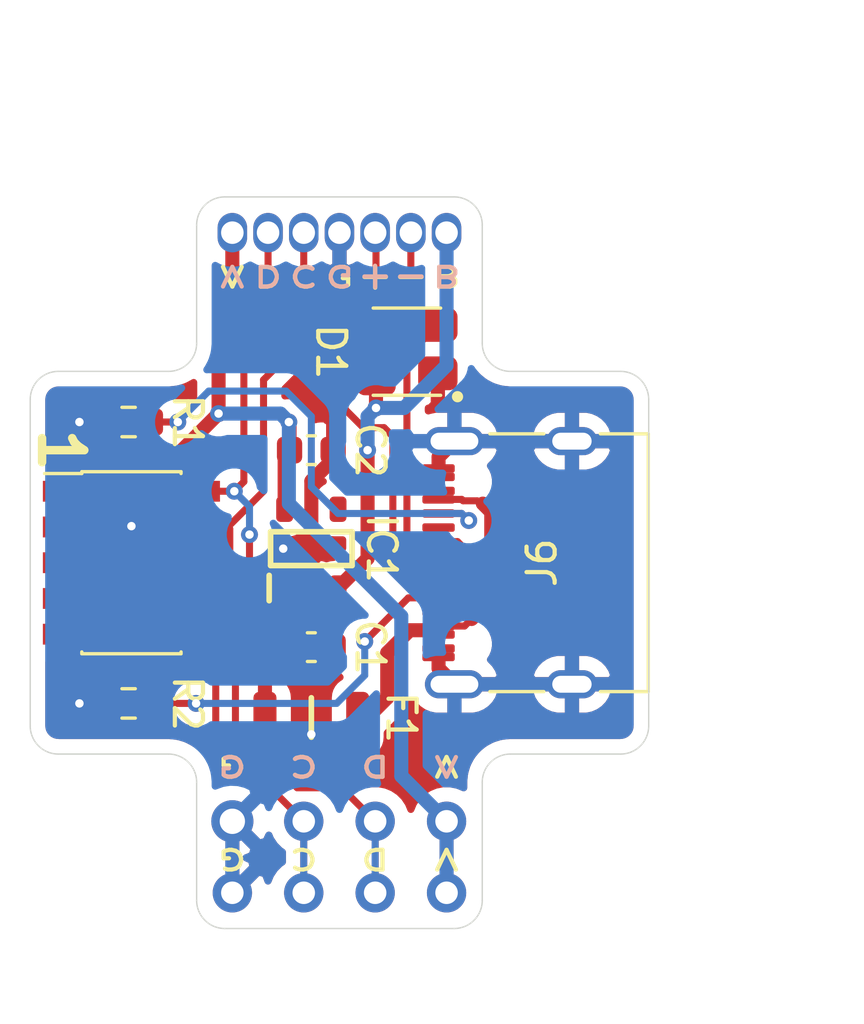
<source format=kicad_pcb>
(kicad_pcb (version 20171130) (host pcbnew "(5.1.12)-1")

  (general
    (thickness 1.6)
    (drawings 54)
    (tracks 166)
    (zones 0)
    (modules 12)
    (nets 18)
  )

  (page A4)
  (layers
    (0 F.Cu signal)
    (31 B.Cu signal)
    (32 B.Adhes user)
    (33 F.Adhes user)
    (34 B.Paste user)
    (35 F.Paste user)
    (36 B.SilkS user)
    (37 F.SilkS user)
    (38 B.Mask user)
    (39 F.Mask user)
    (40 Dwgs.User user)
    (41 Cmts.User user)
    (42 Eco1.User user)
    (43 Eco2.User user)
    (44 Edge.Cuts user)
    (45 Margin user)
    (46 B.CrtYd user)
    (47 F.CrtYd user)
    (48 B.Fab user)
    (49 F.Fab user)
  )

  (setup
    (last_trace_width 0.25)
    (trace_clearance 0.2)
    (zone_clearance 0.508)
    (zone_45_only no)
    (trace_min 0.2)
    (via_size 0.6)
    (via_drill 0.3)
    (via_min_size 0.4)
    (via_min_drill 0.3)
    (uvia_size 0.3)
    (uvia_drill 0.1)
    (uvias_allowed no)
    (uvia_min_size 0.2)
    (uvia_min_drill 0.1)
    (edge_width 0.05)
    (segment_width 0.2)
    (pcb_text_width 0.3)
    (pcb_text_size 1.5 1.5)
    (mod_edge_width 0.12)
    (mod_text_size 1 1)
    (mod_text_width 0.15)
    (pad_size 1.4 1.4)
    (pad_drill 0.8)
    (pad_to_mask_clearance 0)
    (aux_axis_origin 0 0)
    (visible_elements 7FFFFFFF)
    (pcbplotparams
      (layerselection 0x010fc_ffffffff)
      (usegerberextensions false)
      (usegerberattributes true)
      (usegerberadvancedattributes true)
      (creategerberjobfile true)
      (excludeedgelayer true)
      (linewidth 0.100000)
      (plotframeref false)
      (viasonmask false)
      (mode 1)
      (useauxorigin false)
      (hpglpennumber 1)
      (hpglpenspeed 20)
      (hpglpendiameter 15.000000)
      (psnegative false)
      (psa4output false)
      (plotreference true)
      (plotvalue true)
      (plotinvisibletext false)
      (padsonsilk false)
      (subtractmaskfromsilk false)
      (outputformat 1)
      (mirror false)
      (drillshape 1)
      (scaleselection 1)
      (outputdirectory ""))
  )

  (net 0 "")
  (net 1 GND)
  (net 2 VBUS)
  (net 3 D-)
  (net 4 D+)
  (net 5 "Net-(F1-Pad1)")
  (net 6 VCC)
  (net 7 SWIO)
  (net 8 CLK)
  (net 9 "Net-(IC1-Pad4)")
  (net 10 "Net-(J4-Pad10)")
  (net 11 "Net-(J4-Pad8)")
  (net 12 "Net-(J4-Pad7)")
  (net 13 "Net-(J4-Pad6)")
  (net 14 "Net-(J6-PadB5)")
  (net 15 "Net-(J6-PadA5)")
  (net 16 "Net-(J6-PadB8)")
  (net 17 "Net-(J6-PadA8)")

  (net_class Default "This is the default net class."
    (clearance 0.2)
    (trace_width 0.25)
    (via_dia 0.6)
    (via_drill 0.3)
    (uvia_dia 0.3)
    (uvia_drill 0.1)
    (add_net CLK)
    (add_net D+)
    (add_net D-)
    (add_net "Net-(F1-Pad1)")
    (add_net "Net-(IC1-Pad4)")
    (add_net "Net-(J4-Pad10)")
    (add_net "Net-(J4-Pad6)")
    (add_net "Net-(J4-Pad7)")
    (add_net "Net-(J4-Pad8)")
    (add_net "Net-(J6-PadA5)")
    (add_net "Net-(J6-PadA8)")
    (add_net "Net-(J6-PadB5)")
    (add_net "Net-(J6-PadB8)")
    (add_net SWIO)
  )

  (net_class Power ""
    (clearance 0.2)
    (trace_width 0.5)
    (via_dia 0.6)
    (via_drill 0.3)
    (uvia_dia 0.3)
    (uvia_drill 0.1)
    (add_net GND)
    (add_net VBUS)
    (add_net VCC)
  )

  (module MyLib:SOT-143 (layer F.Cu) (tedit 613E21DB) (tstamp 6212573E)
    (at 63.4 49.5 180)
    (descr SOT-143)
    (tags SOT-143)
    (path /613E8961)
    (attr smd)
    (fp_text reference D1 (at 2.7 0 270 unlocked) (layer F.SilkS)
      (effects (font (size 1 1) (thickness 0.15)))
    )
    (fp_text value PRTR5V0U2X (at -0.28 2.48) (layer F.Fab) hide
      (effects (font (size 1 1) (thickness 0.15)))
    )
    (fp_line (start -1.2 1.55) (end 1.2 1.55) (layer F.SilkS) (width 0.12))
    (fp_line (start 1.2 -1.55) (end -1.2 -1.55) (layer F.SilkS) (width 0.12))
    (fp_line (start -1.2 -1) (end -0.7 -1.5) (layer F.Fab) (width 0.1))
    (fp_line (start -0.7 -1.5) (end 1.2 -1.5) (layer F.Fab) (width 0.1))
    (fp_line (start -1.2 1.5) (end -1.2 -1) (layer F.Fab) (width 0.1))
    (fp_line (start 1.2 1.5) (end -1.2 1.5) (layer F.Fab) (width 0.1))
    (fp_line (start 1.2 -1.5) (end 1.2 1.5) (layer F.Fab) (width 0.1))
    (fp_line (start 2.05 -1.75) (end 2.05 1.75) (layer F.CrtYd) (width 0.05))
    (fp_line (start 2.05 -1.75) (end -2.05 -1.75) (layer F.CrtYd) (width 0.05))
    (fp_line (start -2.05 1.75) (end 2.05 1.75) (layer F.CrtYd) (width 0.05))
    (fp_line (start -2.05 1.75) (end -2.05 -1.75) (layer F.CrtYd) (width 0.05))
    (fp_circle (center -1.8 -1.6) (end -1.7 -1.6) (layer F.SilkS) (width 0.2))
    (fp_text user %R (at 0 0 90) (layer F.Fab)
      (effects (font (size 0.5 0.5) (thickness 0.075)))
    )
    (pad 4 smd roundrect (at 1.1 -0.95 90) (size 1.2 1.4) (layers F.Cu F.Paste F.Mask) (roundrect_rratio 0.25)
      (net 2 VBUS))
    (pad 3 smd roundrect (at 1.1 0.95 90) (size 1.2 1.4) (layers F.Cu F.Paste F.Mask) (roundrect_rratio 0.25)
      (net 3 D-))
    (pad 2 smd roundrect (at -1.1 0.95 90) (size 1.2 1.4) (layers F.Cu F.Paste F.Mask) (roundrect_rratio 0.25)
      (net 4 D+))
    (pad 1 smd roundrect (at -1.1 -0.77 90) (size 1.2 1.4) (layers F.Cu F.Paste F.Mask) (roundrect_rratio 0.25)
      (net 1 GND))
    (model ${KISYS3DMOD}/Package_TO_SOT_SMD.3dshapes/SOT-143.wrl
      (at (xyz 0 0 0))
      (scale (xyz 1 1 1))
      (rotate (xyz 0 0 0))
    )
  )

  (module MyLib:USB_C_Receptacle_5077CR-16-SMC2 (layer F.Cu) (tedit 616B92CE) (tstamp 62327596)
    (at 68.2 57 90)
    (descr "USB Type C, right-angle, SMT, https://datasheet.lcsc.com/szlcsc/1811141824_XKB-Enterprise-U262-161N-4BVC11_C319148.pdf")
    (tags "USB C Type-C Receptacle SMD")
    (path /62320A97)
    (attr smd)
    (fp_text reference J6 (at 0 0 270) (layer F.SilkS)
      (effects (font (size 1 1) (thickness 0.15)))
    )
    (fp_text value USB_C_Receptacle_USB2.0 (at 0 4.935 90) (layer F.Fab)
      (effects (font (size 1 1) (thickness 0.15)))
    )
    (fp_line (start -4.58 -1.85) (end -4.58 0.07) (layer F.SilkS) (width 0.12))
    (fp_line (start 4.58 0.07) (end 4.58 -1.85) (layer F.SilkS) (width 0.12))
    (fp_line (start 4.58 2.08) (end 4.58 3.785) (layer F.SilkS) (width 0.12))
    (fp_line (start -4.58 3.785) (end -4.58 2.08) (layer F.SilkS) (width 0.12))
    (fp_line (start 4.58 3.785) (end -4.58 3.785) (layer F.SilkS) (width 0.12))
    (fp_line (start -5.32 -4.75) (end 5.32 -4.75) (layer F.CrtYd) (width 0.05))
    (fp_line (start 5.32 -4.75) (end 5.32 4.18) (layer F.CrtYd) (width 0.05))
    (fp_line (start 5.32 4.18) (end -5.32 4.18) (layer F.CrtYd) (width 0.05))
    (fp_line (start -5.32 4.18) (end -5.32 -4.75) (layer F.CrtYd) (width 0.05))
    (fp_line (start -4.47 -3.675) (end -4.47 3.675) (layer F.Fab) (width 0.1))
    (fp_line (start -4.47 3.675) (end 4.47 3.675) (layer F.Fab) (width 0.1))
    (fp_line (start 4.47 3.675) (end 4.47 -3.675) (layer F.Fab) (width 0.1))
    (fp_line (start -4.47 -3.675) (end 4.47 -3.675) (layer F.Fab) (width 0.1))
    (fp_text user %R (at 0 0 90) (layer F.Fab)
      (effects (font (size 1 1) (thickness 0.15)))
    )
    (pad A12 smd roundrect (at 3.35 -3.675 90) (size 0.3 1.15) (layers F.Cu F.Paste F.Mask) (roundrect_rratio 0.25)
      (net 1 GND))
    (pad A9 smd roundrect (at 2.55 -3.675 90) (size 0.3 1.15) (layers F.Cu F.Paste F.Mask) (roundrect_rratio 0.25)
      (net 5 "Net-(F1-Pad1)"))
    (pad B9 smd roundrect (at -2.25 -3.675 90) (size 0.3 1.15) (layers F.Cu F.Paste F.Mask) (roundrect_rratio 0.25)
      (net 5 "Net-(F1-Pad1)"))
    (pad B12 smd roundrect (at -3.05 -3.675 90) (size 0.3 1.15) (layers F.Cu F.Paste F.Mask) (roundrect_rratio 0.25)
      (net 1 GND))
    (pad A1 smd roundrect (at -3.35 -3.675 90) (size 0.3 1.15) (layers F.Cu F.Paste F.Mask) (roundrect_rratio 0.25)
      (net 1 GND))
    (pad A4 smd roundrect (at -2.55 -3.675 90) (size 0.3 1.15) (layers F.Cu F.Paste F.Mask) (roundrect_rratio 0.25)
      (net 5 "Net-(F1-Pad1)"))
    (pad B8 smd roundrect (at -1.75 -3.675 90) (size 0.3 1.15) (layers F.Cu F.Paste F.Mask) (roundrect_rratio 0.25)
      (net 16 "Net-(J6-PadB8)"))
    (pad A5 smd roundrect (at -1.25 -3.675 90) (size 0.3 1.15) (layers F.Cu F.Paste F.Mask) (roundrect_rratio 0.25)
      (net 15 "Net-(J6-PadA5)"))
    (pad B7 smd roundrect (at -0.75 -3.675 90) (size 0.3 1.15) (layers F.Cu F.Paste F.Mask) (roundrect_rratio 0.25)
      (net 3 D-))
    (pad A6 smd roundrect (at -0.25 -3.675 90) (size 0.3 1.15) (layers F.Cu F.Paste F.Mask) (roundrect_rratio 0.25)
      (net 4 D+))
    (pad A7 smd roundrect (at 0.25 -3.675 90) (size 0.3 1.15) (layers F.Cu F.Paste F.Mask) (roundrect_rratio 0.25)
      (net 3 D-))
    (pad B6 smd roundrect (at 0.75 -3.675 90) (size 0.3 1.15) (layers F.Cu F.Paste F.Mask) (roundrect_rratio 0.25)
      (net 4 D+))
    (pad A8 smd roundrect (at 1.25 -3.675 90) (size 0.3 1.15) (layers F.Cu F.Paste F.Mask) (roundrect_rratio 0.25)
      (net 17 "Net-(J6-PadA8)"))
    (pad B5 smd roundrect (at 1.75 -3.675 90) (size 0.3 1.15) (layers F.Cu F.Paste F.Mask) (roundrect_rratio 0.25)
      (net 14 "Net-(J6-PadB5)"))
    (pad B4 smd roundrect (at 2.25 -3.675 90) (size 0.3 1.15) (layers F.Cu F.Paste F.Mask) (roundrect_rratio 0.25)
      (net 5 "Net-(F1-Pad1)"))
    (pad B1 smd roundrect (at 3.05 -3.675 90) (size 0.3 1.15) (layers F.Cu F.Paste F.Mask) (roundrect_rratio 0.25)
      (net 1 GND))
    (pad "" np_thru_hole circle (at -2.89 -2.61 90) (size 0.65 0.65) (drill 0.65) (layers *.Cu *.Mask))
    (pad "" np_thru_hole circle (at 2.89 -2.61 90) (size 0.65 0.65) (drill 0.65) (layers *.Cu *.Mask))
    (pad S1 thru_hole oval (at 4.32 1.07 90) (size 1 1.8) (drill oval 0.6 1.4) (layers *.Cu *.Mask)
      (net 1 GND))
    (pad S1 thru_hole oval (at -4.32 1.07 90) (size 1 1.8) (drill oval 0.6 1.4) (layers *.Cu *.Mask)
      (net 1 GND))
    (pad S1 thru_hole oval (at 4.32 -3.11 90) (size 1 2.1) (drill oval 0.6 1.7) (layers *.Cu *.Mask)
      (net 1 GND))
    (pad S1 thru_hole oval (at -4.32 -3.11 90) (size 1 2.1) (drill oval 0.6 1.7) (layers *.Cu *.Mask)
      (net 1 GND))
    (model ${KISYS3DMOD}/Connector_USB.3dshapes/USB_C_Receptacle_XKB_U262-16XN-4BVC11.wrl
      (at (xyz 0 0 0))
      (scale (xyz 1 1 1))
      (rotate (xyz 0 0 0))
    )
  )

  (module Connector_PinHeader_2.54mm:PinHeader_1x04_P2.54mm_Vertical (layer F.Cu) (tedit 62380AFB) (tstamp 622B385E)
    (at 64.81 66.19 270)
    (descr "Through hole straight pin header, 1x04, 2.54mm pitch, single row")
    (tags "Through hole pin header THT 1x04 2.54mm single row")
    (path /622BC462)
    (fp_text reference J3 (at 0 -2.33 270) (layer F.SilkS) hide
      (effects (font (size 1 1) (thickness 0.15)))
    )
    (fp_text value Conn_01x04 (at 0 9.95 270) (layer F.Fab) hide
      (effects (font (size 1 1) (thickness 0.15)))
    )
    (fp_line (start -0.635 -1.27) (end 1.27 -1.27) (layer F.Fab) (width 0.1))
    (fp_line (start 1.27 -1.27) (end 1.27 8.89) (layer F.Fab) (width 0.1))
    (fp_line (start 1.27 8.89) (end -1.27 8.89) (layer F.Fab) (width 0.1))
    (fp_line (start -1.27 8.89) (end -1.27 -0.635) (layer F.Fab) (width 0.1))
    (fp_line (start -1.27 -0.635) (end -0.635 -1.27) (layer F.Fab) (width 0.1))
    (fp_line (start -1.8 -1.8) (end -1.8 9.4) (layer F.CrtYd) (width 0.05))
    (fp_line (start -1.8 9.4) (end 1.8 9.4) (layer F.CrtYd) (width 0.05))
    (fp_line (start 1.8 9.4) (end 1.8 -1.8) (layer F.CrtYd) (width 0.05))
    (fp_line (start 1.8 -1.8) (end -1.8 -1.8) (layer F.CrtYd) (width 0.05))
    (fp_text user %R (at 0 3.81) (layer F.Fab) hide
      (effects (font (size 1 1) (thickness 0.15)))
    )
    (pad 4 thru_hole circle (at 0 7.62 270) (size 1.5 1.5) (drill 0.9) (layers *.Cu *.Mask)
      (net 1 GND))
    (pad 3 thru_hole circle (at 0 5.08 315) (size 1.4 1.4) (drill 0.8) (layers *.Cu *.Mask)
      (net 8 CLK))
    (pad 2 thru_hole circle (at 0 2.54 315) (size 1.4 1.4) (drill 0.8) (layers *.Cu *.Mask)
      (net 7 SWIO))
    (pad 1 thru_hole circle (at 0 0 315) (size 1.4 1.4) (drill 0.8) (layers *.Cu *.Mask)
      (net 6 VCC))
    (model ${KISYS3DMOD}/Connector_PinHeader_2.54mm.3dshapes/PinHeader_1x04_P2.54mm_Vertical.wrl
      (at (xyz 0 0 0))
      (scale (xyz 1 1 1))
      (rotate (xyz 0 0 0))
    )
  )

  (module Resistor_SMD:R_0603_1608Metric (layer F.Cu) (tedit 5F68FEEE) (tstamp 62325D88)
    (at 53.5 62 180)
    (descr "Resistor SMD 0603 (1608 Metric), square (rectangular) end terminal, IPC_7351 nominal, (Body size source: IPC-SM-782 page 72, https://www.pcb-3d.com/wordpress/wp-content/uploads/ipc-sm-782a_amendment_1_and_2.pdf), generated with kicad-footprint-generator")
    (tags resistor)
    (path /6232562E)
    (attr smd)
    (fp_text reference R2 (at -2.1 0 270 unlocked) (layer F.SilkS)
      (effects (font (size 1 1) (thickness 0.15)))
    )
    (fp_text value 5.1K (at 0 1.43) (layer F.Fab)
      (effects (font (size 1 1) (thickness 0.15)))
    )
    (fp_line (start -0.8 0.4125) (end -0.8 -0.4125) (layer F.Fab) (width 0.1))
    (fp_line (start -0.8 -0.4125) (end 0.8 -0.4125) (layer F.Fab) (width 0.1))
    (fp_line (start 0.8 -0.4125) (end 0.8 0.4125) (layer F.Fab) (width 0.1))
    (fp_line (start 0.8 0.4125) (end -0.8 0.4125) (layer F.Fab) (width 0.1))
    (fp_line (start -0.237258 -0.5225) (end 0.237258 -0.5225) (layer F.SilkS) (width 0.12))
    (fp_line (start -0.237258 0.5225) (end 0.237258 0.5225) (layer F.SilkS) (width 0.12))
    (fp_line (start -1.48 0.73) (end -1.48 -0.73) (layer F.CrtYd) (width 0.05))
    (fp_line (start -1.48 -0.73) (end 1.48 -0.73) (layer F.CrtYd) (width 0.05))
    (fp_line (start 1.48 -0.73) (end 1.48 0.73) (layer F.CrtYd) (width 0.05))
    (fp_line (start 1.48 0.73) (end -1.48 0.73) (layer F.CrtYd) (width 0.05))
    (fp_text user %R (at 0 0) (layer F.Fab)
      (effects (font (size 0.4 0.4) (thickness 0.06)))
    )
    (pad 2 smd roundrect (at 0.825 0 180) (size 0.8 0.95) (layers F.Cu F.Paste F.Mask) (roundrect_rratio 0.25)
      (net 1 GND))
    (pad 1 smd roundrect (at -0.825 0 180) (size 0.8 0.95) (layers F.Cu F.Paste F.Mask) (roundrect_rratio 0.25)
      (net 15 "Net-(J6-PadA5)"))
    (model ${KISYS3DMOD}/Resistor_SMD.3dshapes/R_0603_1608Metric.wrl
      (at (xyz 0 0 0))
      (scale (xyz 1 1 1))
      (rotate (xyz 0 0 0))
    )
  )

  (module Resistor_SMD:R_0603_1608Metric (layer F.Cu) (tedit 5F68FEEE) (tstamp 62325D77)
    (at 53.5 52 180)
    (descr "Resistor SMD 0603 (1608 Metric), square (rectangular) end terminal, IPC_7351 nominal, (Body size source: IPC-SM-782 page 72, https://www.pcb-3d.com/wordpress/wp-content/uploads/ipc-sm-782a_amendment_1_and_2.pdf), generated with kicad-footprint-generator")
    (tags resistor)
    (path /6232469F)
    (attr smd)
    (fp_text reference R1 (at -2.1 0 270 unlocked) (layer F.SilkS)
      (effects (font (size 1 1) (thickness 0.15)))
    )
    (fp_text value 5.1K (at 0 1.43) (layer F.Fab)
      (effects (font (size 1 1) (thickness 0.15)))
    )
    (fp_line (start -0.8 0.4125) (end -0.8 -0.4125) (layer F.Fab) (width 0.1))
    (fp_line (start -0.8 -0.4125) (end 0.8 -0.4125) (layer F.Fab) (width 0.1))
    (fp_line (start 0.8 -0.4125) (end 0.8 0.4125) (layer F.Fab) (width 0.1))
    (fp_line (start 0.8 0.4125) (end -0.8 0.4125) (layer F.Fab) (width 0.1))
    (fp_line (start -0.237258 -0.5225) (end 0.237258 -0.5225) (layer F.SilkS) (width 0.12))
    (fp_line (start -0.237258 0.5225) (end 0.237258 0.5225) (layer F.SilkS) (width 0.12))
    (fp_line (start -1.48 0.73) (end -1.48 -0.73) (layer F.CrtYd) (width 0.05))
    (fp_line (start -1.48 -0.73) (end 1.48 -0.73) (layer F.CrtYd) (width 0.05))
    (fp_line (start 1.48 -0.73) (end 1.48 0.73) (layer F.CrtYd) (width 0.05))
    (fp_line (start 1.48 0.73) (end -1.48 0.73) (layer F.CrtYd) (width 0.05))
    (fp_text user %R (at 0 0) (layer F.Fab)
      (effects (font (size 0.4 0.4) (thickness 0.06)))
    )
    (pad 2 smd roundrect (at 0.825 0 180) (size 0.8 0.95) (layers F.Cu F.Paste F.Mask) (roundrect_rratio 0.25)
      (net 1 GND))
    (pad 1 smd roundrect (at -0.825 0 180) (size 0.8 0.95) (layers F.Cu F.Paste F.Mask) (roundrect_rratio 0.25)
      (net 14 "Net-(J6-PadB5)"))
    (model ${KISYS3DMOD}/Resistor_SMD.3dshapes/R_0603_1608Metric.wrl
      (at (xyz 0 0 0))
      (scale (xyz 1 1 1))
      (rotate (xyz 0 0 0))
    )
  )

  (module Connector_PinHeader_1.27mm:PinHeader_2x05_P1.27mm_Vertical_SMD (layer F.Cu) (tedit 613DA629) (tstamp 613D57B6)
    (at 53.6 57)
    (descr "surface-mounted straight pin header, 2x05, 1.27mm pitch, double rows")
    (tags "Surface mounted pin header SMD 2x05 1.27mm double row")
    (path /613D1821)
    (attr smd)
    (fp_text reference J4 (at 0 -4.5 90) (layer F.SilkS) hide
      (effects (font (size 1 1) (thickness 0.15)))
    )
    (fp_text value Conn_02x05_Top_Bottom (at 0 4.235) (layer F.Fab) hide
      (effects (font (size 1 1) (thickness 0.15)))
    )
    (fp_line (start 4.3 -5.4) (end -4.3 -5.4) (layer F.CrtYd) (width 0.05))
    (fp_line (start 4.3 5.4) (end 4.3 -5.4) (layer F.CrtYd) (width 0.05))
    (fp_line (start -4.3 5.4) (end 4.3 5.4) (layer F.CrtYd) (width 0.05))
    (fp_line (start -4.3 -5.4) (end -4.3 5.4) (layer F.CrtYd) (width 0.05))
    (fp_line (start 1.765 3.17) (end 1.765 3.235) (layer F.SilkS) (width 0.12))
    (fp_line (start -1.765 3.17) (end -1.765 3.235) (layer F.SilkS) (width 0.12))
    (fp_line (start 1.765 -3.235) (end 1.765 -3.17) (layer F.SilkS) (width 0.12))
    (fp_line (start -1.765 -3.235) (end -1.765 -3.17) (layer F.SilkS) (width 0.12))
    (fp_line (start -3.09 -3.17) (end -1.765 -3.17) (layer F.SilkS) (width 0.12))
    (fp_line (start -1.765 3.235) (end 1.765 3.235) (layer F.SilkS) (width 0.12))
    (fp_line (start -1.765 -3.235) (end 1.765 -3.235) (layer F.SilkS) (width 0.12))
    (fp_line (start 2.75 2.74) (end 1.705 2.74) (layer F.Fab) (width 0.1))
    (fp_line (start 2.75 2.34) (end 2.75 2.74) (layer F.Fab) (width 0.1))
    (fp_line (start 1.705 2.34) (end 2.75 2.34) (layer F.Fab) (width 0.1))
    (fp_line (start -2.75 2.74) (end -1.705 2.74) (layer F.Fab) (width 0.1))
    (fp_line (start -2.75 2.34) (end -2.75 2.74) (layer F.Fab) (width 0.1))
    (fp_line (start -1.705 2.34) (end -2.75 2.34) (layer F.Fab) (width 0.1))
    (fp_line (start 2.75 1.47) (end 1.705 1.47) (layer F.Fab) (width 0.1))
    (fp_line (start 2.75 1.07) (end 2.75 1.47) (layer F.Fab) (width 0.1))
    (fp_line (start 1.705 1.07) (end 2.75 1.07) (layer F.Fab) (width 0.1))
    (fp_line (start -2.75 1.47) (end -1.705 1.47) (layer F.Fab) (width 0.1))
    (fp_line (start -2.75 1.07) (end -2.75 1.47) (layer F.Fab) (width 0.1))
    (fp_line (start -1.705 1.07) (end -2.75 1.07) (layer F.Fab) (width 0.1))
    (fp_line (start 2.75 0.2) (end 1.705 0.2) (layer F.Fab) (width 0.1))
    (fp_line (start 2.75 -0.2) (end 2.75 0.2) (layer F.Fab) (width 0.1))
    (fp_line (start 1.705 -0.2) (end 2.75 -0.2) (layer F.Fab) (width 0.1))
    (fp_line (start -2.75 0.2) (end -1.705 0.2) (layer F.Fab) (width 0.1))
    (fp_line (start -2.75 -0.2) (end -2.75 0.2) (layer F.Fab) (width 0.1))
    (fp_line (start -1.705 -0.2) (end -2.75 -0.2) (layer F.Fab) (width 0.1))
    (fp_line (start 2.75 -1.07) (end 1.705 -1.07) (layer F.Fab) (width 0.1))
    (fp_line (start 2.75 -1.47) (end 2.75 -1.07) (layer F.Fab) (width 0.1))
    (fp_line (start 1.705 -1.47) (end 2.75 -1.47) (layer F.Fab) (width 0.1))
    (fp_line (start -2.75 -1.07) (end -1.705 -1.07) (layer F.Fab) (width 0.1))
    (fp_line (start -2.75 -1.47) (end -2.75 -1.07) (layer F.Fab) (width 0.1))
    (fp_line (start -1.705 -1.47) (end -2.75 -1.47) (layer F.Fab) (width 0.1))
    (fp_line (start 2.75 -2.34) (end 1.705 -2.34) (layer F.Fab) (width 0.1))
    (fp_line (start 2.75 -2.74) (end 2.75 -2.34) (layer F.Fab) (width 0.1))
    (fp_line (start 1.705 -2.74) (end 2.75 -2.74) (layer F.Fab) (width 0.1))
    (fp_line (start -2.75 -2.34) (end -1.705 -2.34) (layer F.Fab) (width 0.1))
    (fp_line (start -2.75 -2.74) (end -2.75 -2.34) (layer F.Fab) (width 0.1))
    (fp_line (start -1.705 -2.74) (end -2.75 -2.74) (layer F.Fab) (width 0.1))
    (fp_line (start 1.705 -3.175) (end 1.705 3.175) (layer F.Fab) (width 0.1))
    (fp_line (start -1.705 -2.74) (end -1.27 -3.175) (layer F.Fab) (width 0.1))
    (fp_line (start -1.705 3.175) (end -1.705 -2.74) (layer F.Fab) (width 0.1))
    (fp_line (start -1.27 -3.175) (end 1.705 -3.175) (layer F.Fab) (width 0.1))
    (fp_line (start 1.705 3.175) (end -1.705 3.175) (layer F.Fab) (width 0.1))
    (fp_text user %R (at 0 0 270) (layer F.Fab)
      (effects (font (size 1 1) (thickness 0.15)))
    )
    (pad 10 smd rect (at 1.95 2.54) (size 2.4 0.74) (layers F.Cu F.Paste F.Mask)
      (net 10 "Net-(J4-Pad10)"))
    (pad 9 smd rect (at -1.95 2.54) (size 2.4 0.74) (layers F.Cu F.Paste F.Mask)
      (net 1 GND))
    (pad 8 smd rect (at 1.95 1.27) (size 2.4 0.74) (layers F.Cu F.Paste F.Mask)
      (net 11 "Net-(J4-Pad8)"))
    (pad 7 smd rect (at -1.95 1.27) (size 2.4 0.74) (layers F.Cu F.Paste F.Mask)
      (net 12 "Net-(J4-Pad7)"))
    (pad 6 smd rect (at 1.95 0) (size 2.4 0.74) (layers F.Cu F.Paste F.Mask)
      (net 13 "Net-(J4-Pad6)"))
    (pad 5 smd rect (at -1.95 0) (size 2.4 0.74) (layers F.Cu F.Paste F.Mask)
      (net 1 GND))
    (pad 4 smd rect (at 1.95 -1.27) (size 2.4 0.74) (layers F.Cu F.Paste F.Mask)
      (net 8 CLK))
    (pad 3 smd rect (at -1.95 -1.27) (size 2.4 0.74) (layers F.Cu F.Paste F.Mask)
      (net 1 GND))
    (pad 2 smd rect (at 1.95 -2.54) (size 2.4 0.74) (layers F.Cu F.Paste F.Mask)
      (net 7 SWIO))
    (pad 1 smd rect (at -1.95 -2.54) (size 2.4 0.74) (layers F.Cu F.Paste F.Mask)
      (net 6 VCC))
    (model ${KISYS3DMOD}/Connector_PinHeader_1.27mm.3dshapes/PinHeader_2x05_P1.27mm_Vertical_SMD.wrl
      (at (xyz 0 0 0))
      (scale (xyz 1 1 1))
      (rotate (xyz 0 0 0))
    )
  )

  (module Connector_PinHeader_1.27mm:PinHeader_1x07_P1.27mm_Vertical (layer F.Cu) (tedit 622B4A86) (tstamp 62121C63)
    (at 57.19 45.27 90)
    (descr "Through hole straight pin header, 1x07, 1.27mm pitch, single row")
    (tags "Through hole pin header THT 1x07 1.27mm single row")
    (path /6211D98D)
    (fp_text reference J1 (at 0 -1.695 90) (layer F.SilkS) hide
      (effects (font (size 1 1) (thickness 0.15)))
    )
    (fp_text value Conn_01x07 (at 0 9.315 90) (layer F.Fab)
      (effects (font (size 1 1) (thickness 0.15)))
    )
    (fp_line (start 1.55 -1.15) (end -1.55 -1.15) (layer F.CrtYd) (width 0.05))
    (fp_line (start 1.55 8.8) (end 1.55 -1.15) (layer F.CrtYd) (width 0.05))
    (fp_line (start -1.55 8.8) (end 1.55 8.8) (layer F.CrtYd) (width 0.05))
    (fp_line (start -1.55 -1.15) (end -1.55 8.8) (layer F.CrtYd) (width 0.05))
    (fp_line (start -1.05 -0.11) (end -0.525 -0.635) (layer F.Fab) (width 0.1))
    (fp_line (start -1.05 8.255) (end -1.05 -0.11) (layer F.Fab) (width 0.1))
    (fp_line (start 1.05 8.255) (end -1.05 8.255) (layer F.Fab) (width 0.1))
    (fp_line (start 1.05 -0.635) (end 1.05 8.255) (layer F.Fab) (width 0.1))
    (fp_line (start -0.525 -0.635) (end 1.05 -0.635) (layer F.Fab) (width 0.1))
    (fp_text user %R (at 0 3.81 180) (layer F.Fab)
      (effects (font (size 1 1) (thickness 0.15)))
    )
    (pad 7 thru_hole oval (at 0 7.62 90) (size 1.4 1.05) (drill 0.8) (layers *.Cu *.Mask)
      (net 2 VBUS))
    (pad 6 thru_hole oval (at 0 6.35 90) (size 1.4 1.05) (drill 0.8) (layers *.Cu *.Mask)
      (net 4 D+))
    (pad 5 thru_hole oval (at 0 5.08 90) (size 1.4 1.05) (drill 0.8) (layers *.Cu *.Mask)
      (net 3 D-))
    (pad 4 thru_hole oval (at 0 3.81 90) (size 1.4 1.05) (drill 0.8) (layers *.Cu *.Mask)
      (net 1 GND))
    (pad 3 thru_hole oval (at 0 2.54 90) (size 1.4 1.05) (drill 0.8) (layers *.Cu *.Mask)
      (net 8 CLK))
    (pad 2 thru_hole oval (at 0 1.27 90) (size 1.4 1.05) (drill 0.8) (layers *.Cu *.Mask)
      (net 7 SWIO))
    (pad 1 thru_hole oval (at 0 0 90) (size 1.4 1.05) (drill 0.8) (layers *.Cu *.Mask)
      (net 6 VCC))
    (model ${KISYS3DMOD}/Connector_PinHeader_1.27mm.3dshapes/PinHeader_1x07_P1.27mm_Vertical.wrl
      (at (xyz 0 0 0))
      (scale (xyz 1 1 1))
      (rotate (xyz 0 0 0))
    )
  )

  (module Connector_PinHeader_2.54mm:PinHeader_1x04_P2.54mm_Vertical (layer F.Cu) (tedit 62380B59) (tstamp 62121C7B)
    (at 64.81 68.73 270)
    (descr "Through hole straight pin header, 1x04, 2.54mm pitch, single row")
    (tags "Through hole pin header THT 1x04 2.54mm single row")
    (path /62132BA6)
    (fp_text reference J2 (at 0 -2.33 270) (layer F.SilkS) hide
      (effects (font (size 1 1) (thickness 0.15)))
    )
    (fp_text value Conn_01x04 (at 0 9.95 270) (layer F.Fab)
      (effects (font (size 1 1) (thickness 0.15)))
    )
    (fp_line (start 1.8 -1.8) (end -1.8 -1.8) (layer F.CrtYd) (width 0.05))
    (fp_line (start 1.8 9.4) (end 1.8 -1.8) (layer F.CrtYd) (width 0.05))
    (fp_line (start -1.8 9.4) (end 1.8 9.4) (layer F.CrtYd) (width 0.05))
    (fp_line (start -1.8 -1.8) (end -1.8 9.4) (layer F.CrtYd) (width 0.05))
    (fp_line (start -1.27 -0.635) (end -0.635 -1.27) (layer F.Fab) (width 0.1))
    (fp_line (start -1.27 8.89) (end -1.27 -0.635) (layer F.Fab) (width 0.1))
    (fp_line (start 1.27 8.89) (end -1.27 8.89) (layer F.Fab) (width 0.1))
    (fp_line (start 1.27 -1.27) (end 1.27 8.89) (layer F.Fab) (width 0.1))
    (fp_line (start -0.635 -1.27) (end 1.27 -1.27) (layer F.Fab) (width 0.1))
    (fp_text user %R (at 0 3.81) (layer F.Fab)
      (effects (font (size 1 1) (thickness 0.15)))
    )
    (pad 4 thru_hole circle (at 0 7.62 270) (size 1.4 1.4) (drill 0.8) (layers *.Cu *.Mask)
      (net 1 GND))
    (pad 3 thru_hole circle (at 0 5.08 315) (size 1.4 1.4) (drill 0.8) (layers *.Cu *.Mask)
      (net 8 CLK))
    (pad 2 thru_hole circle (at 0 2.54 315) (size 1.4 1.4) (drill 0.8) (layers *.Cu *.Mask)
      (net 7 SWIO))
    (pad 1 thru_hole circle (at 0 0 315) (size 1.4 1.4) (drill 0.8) (layers *.Cu *.Mask)
      (net 6 VCC))
    (model ${KISYS3DMOD}/Connector_PinHeader_2.54mm.3dshapes/PinHeader_1x04_P2.54mm_Vertical.wrl
      (at (xyz 0 0 0))
      (scale (xyz 1 1 1))
      (rotate (xyz 0 0 0))
    )
  )

  (module MyLib:FUSC3216X85N (layer F.Cu) (tedit 608A98F1) (tstamp 622B9EFC)
    (at 60 62.5 180)
    (descr MF-NSMF050-2-1)
    (tags Fuse)
    (path /613E8956)
    (attr smd)
    (fp_text reference F1 (at -3.2 0 270 unlocked) (layer F.SilkS)
      (effects (font (size 1 1) (thickness 0.15)))
    )
    (fp_text value MF-NSMF050-2 (at 0 0) (layer F.SilkS) hide
      (effects (font (size 1.27 1.27) (thickness 0.254)))
    )
    (fp_line (start -2.31 -1.16) (end 2.31 -1.16) (layer F.CrtYd) (width 0.05))
    (fp_line (start 2.31 -1.16) (end 2.31 1.16) (layer F.CrtYd) (width 0.05))
    (fp_line (start 2.31 1.16) (end -2.31 1.16) (layer F.CrtYd) (width 0.05))
    (fp_line (start -2.31 1.16) (end -2.31 -1.16) (layer F.CrtYd) (width 0.05))
    (fp_line (start -1.6 -0.8) (end 1.6 -0.8) (layer F.Fab) (width 0.1))
    (fp_line (start 1.6 -0.8) (end 1.6 0.8) (layer F.Fab) (width 0.1))
    (fp_line (start 1.6 0.8) (end -1.6 0.8) (layer F.Fab) (width 0.1))
    (fp_line (start -1.6 0.8) (end -1.6 -0.8) (layer F.Fab) (width 0.1))
    (fp_line (start 0 -0.7) (end 0 0.7) (layer F.SilkS) (width 0.2))
    (fp_text user %R (at 0 0) (layer F.Fab)
      (effects (font (size 1.27 1.27) (thickness 0.254)))
    )
    (pad 2 smd roundrect (at 1.65 0 180) (size 0.82 1.82) (layers F.Cu F.Paste F.Mask) (roundrect_rratio 0.25)
      (net 2 VBUS))
    (pad 1 smd roundrect (at -1.65 0 180) (size 0.82 1.82) (layers F.Cu F.Paste F.Mask) (roundrect_rratio 0.25)
      (net 5 "Net-(F1-Pad1)"))
    (model //NAS204B5C/home/Work/KiCad/RSLib/SamacSys_Parts.3dshapes/MF-NSMF050-2.stp
      (at (xyz 0 0 0))
      (scale (xyz 1 1 1))
      (rotate (xyz 0 0 0))
    )
  )

  (module MyLib:SOT95P280X130-5N (layer F.Cu) (tedit 60F9FF28) (tstamp 613D573D)
    (at 60 56.5 90)
    (descr "SOT-23-5 (MTP-5)-ren1")
    (tags "Integrated Circuit")
    (path /613F90FF)
    (attr smd)
    (fp_text reference IC1 (at 0 2.5 270 unlocked) (layer F.SilkS)
      (effects (font (size 1 1) (thickness 0.15)))
    )
    (fp_text value NJM2866F33-TE1 (at 0 0 90) (layer F.SilkS) hide
      (effects (font (size 1.27 1.27) (thickness 0.254)))
    )
    (fp_line (start -2.1 -1.8) (end 2.1 -1.8) (layer F.CrtYd) (width 0.05))
    (fp_line (start 2.1 -1.8) (end 2.1 1.8) (layer F.CrtYd) (width 0.05))
    (fp_line (start 2.1 1.8) (end -2.1 1.8) (layer F.CrtYd) (width 0.05))
    (fp_line (start -2.1 1.8) (end -2.1 -1.8) (layer F.CrtYd) (width 0.05))
    (fp_line (start -0.825 -1.45) (end 0.825 -1.45) (layer F.Fab) (width 0.1))
    (fp_line (start 0.825 -1.45) (end 0.825 1.45) (layer F.Fab) (width 0.1))
    (fp_line (start 0.825 1.45) (end -0.825 1.45) (layer F.Fab) (width 0.1))
    (fp_line (start -0.825 1.45) (end -0.825 -1.45) (layer F.Fab) (width 0.1))
    (fp_line (start -0.825 -0.5) (end 0.125 -1.45) (layer F.Fab) (width 0.1))
    (fp_line (start -0.6 -1.45) (end 0.6 -1.45) (layer F.SilkS) (width 0.2))
    (fp_line (start 0.6 -1.45) (end 0.6 1.45) (layer F.SilkS) (width 0.2))
    (fp_line (start 0.6 1.45) (end -0.6 1.45) (layer F.SilkS) (width 0.2))
    (fp_line (start -0.6 1.45) (end -0.6 -1.45) (layer F.SilkS) (width 0.2))
    (fp_line (start -1.85 -1.5) (end -0.95 -1.5) (layer F.SilkS) (width 0.2))
    (fp_text user %R (at 0 0 90) (layer F.Fab)
      (effects (font (size 1.27 1.27) (thickness 0.254)))
    )
    (pad 5 smd roundrect (at 1.4 -0.95 180) (size 0.6 0.9) (layers F.Cu F.Paste F.Mask) (roundrect_rratio 0.25)
      (net 6 VCC))
    (pad 4 smd roundrect (at 1.4 0.95 180) (size 0.6 0.9) (layers F.Cu F.Paste F.Mask) (roundrect_rratio 0.25)
      (net 9 "Net-(IC1-Pad4)"))
    (pad 3 smd roundrect (at -1.4 0.95 180) (size 0.6 0.9) (layers F.Cu F.Paste F.Mask) (roundrect_rratio 0.25)
      (net 2 VBUS))
    (pad 2 smd roundrect (at -1.4 0 180) (size 0.6 0.9) (layers F.Cu F.Paste F.Mask) (roundrect_rratio 0.25)
      (net 1 GND))
    (pad 1 smd roundrect (at -1.4 -0.95 180) (size 0.6 0.9) (layers F.Cu F.Paste F.Mask) (roundrect_rratio 0.25)
      (net 2 VBUS))
    (model \\NAS204B5C\home\Work\KiCad\RSLib\SamacSys_Parts.3dshapes\NJM2866F33-TE1.stp
      (at (xyz 0 0 0))
      (scale (xyz 1 1 1))
      (rotate (xyz 0 0 0))
    )
  )

  (module Capacitor_SMD:C_0603_1608Metric (layer F.Cu) (tedit 5F68FEEE) (tstamp 613D5701)
    (at 60 53)
    (descr "Capacitor SMD 0603 (1608 Metric), square (rectangular) end terminal, IPC_7351 nominal, (Body size source: IPC-SM-782 page 76, https://www.pcb-3d.com/wordpress/wp-content/uploads/ipc-sm-782a_amendment_1_and_2.pdf), generated with kicad-footprint-generator")
    (tags capacitor)
    (path /613F911D)
    (attr smd)
    (fp_text reference C2 (at 2.1 0 270 unlocked) (layer F.SilkS)
      (effects (font (size 1 1) (thickness 0.15)))
    )
    (fp_text value 1uF (at 0 1.43) (layer F.Fab)
      (effects (font (size 1 1) (thickness 0.15)))
    )
    (fp_line (start 1.48 0.73) (end -1.48 0.73) (layer F.CrtYd) (width 0.05))
    (fp_line (start 1.48 -0.73) (end 1.48 0.73) (layer F.CrtYd) (width 0.05))
    (fp_line (start -1.48 -0.73) (end 1.48 -0.73) (layer F.CrtYd) (width 0.05))
    (fp_line (start -1.48 0.73) (end -1.48 -0.73) (layer F.CrtYd) (width 0.05))
    (fp_line (start -0.14058 0.51) (end 0.14058 0.51) (layer F.SilkS) (width 0.12))
    (fp_line (start -0.14058 -0.51) (end 0.14058 -0.51) (layer F.SilkS) (width 0.12))
    (fp_line (start 0.8 0.4) (end -0.8 0.4) (layer F.Fab) (width 0.1))
    (fp_line (start 0.8 -0.4) (end 0.8 0.4) (layer F.Fab) (width 0.1))
    (fp_line (start -0.8 -0.4) (end 0.8 -0.4) (layer F.Fab) (width 0.1))
    (fp_line (start -0.8 0.4) (end -0.8 -0.4) (layer F.Fab) (width 0.1))
    (fp_text user %R (at 0 0) (layer F.Fab)
      (effects (font (size 0.4 0.4) (thickness 0.06)))
    )
    (pad 2 smd roundrect (at 0.775 0) (size 0.9 0.95) (layers F.Cu F.Paste F.Mask) (roundrect_rratio 0.25)
      (net 1 GND))
    (pad 1 smd roundrect (at -0.775 0) (size 0.9 0.95) (layers F.Cu F.Paste F.Mask) (roundrect_rratio 0.25)
      (net 6 VCC))
    (model ${KISYS3DMOD}/Capacitor_SMD.3dshapes/C_0603_1608Metric.wrl
      (at (xyz 0 0 0))
      (scale (xyz 1 1 1))
      (rotate (xyz 0 0 0))
    )
  )

  (module Capacitor_SMD:C_0603_1608Metric (layer F.Cu) (tedit 5F68FEEE) (tstamp 613D6BE8)
    (at 60 60)
    (descr "Capacitor SMD 0603 (1608 Metric), square (rectangular) end terminal, IPC_7351 nominal, (Body size source: IPC-SM-782 page 76, https://www.pcb-3d.com/wordpress/wp-content/uploads/ipc-sm-782a_amendment_1_and_2.pdf), generated with kicad-footprint-generator")
    (tags capacitor)
    (path /613F9110)
    (attr smd)
    (fp_text reference C1 (at 2.1 0 270 unlocked) (layer F.SilkS)
      (effects (font (size 1 1) (thickness 0.15)))
    )
    (fp_text value 0.1uF (at 0 1.43) (layer F.Fab)
      (effects (font (size 1 1) (thickness 0.15)))
    )
    (fp_line (start 1.48 0.73) (end -1.48 0.73) (layer F.CrtYd) (width 0.05))
    (fp_line (start 1.48 -0.73) (end 1.48 0.73) (layer F.CrtYd) (width 0.05))
    (fp_line (start -1.48 -0.73) (end 1.48 -0.73) (layer F.CrtYd) (width 0.05))
    (fp_line (start -1.48 0.73) (end -1.48 -0.73) (layer F.CrtYd) (width 0.05))
    (fp_line (start -0.14058 0.51) (end 0.14058 0.51) (layer F.SilkS) (width 0.12))
    (fp_line (start -0.14058 -0.51) (end 0.14058 -0.51) (layer F.SilkS) (width 0.12))
    (fp_line (start 0.8 0.4) (end -0.8 0.4) (layer F.Fab) (width 0.1))
    (fp_line (start 0.8 -0.4) (end 0.8 0.4) (layer F.Fab) (width 0.1))
    (fp_line (start -0.8 -0.4) (end 0.8 -0.4) (layer F.Fab) (width 0.1))
    (fp_line (start -0.8 0.4) (end -0.8 -0.4) (layer F.Fab) (width 0.1))
    (fp_text user %R (at 0 0) (layer F.Fab)
      (effects (font (size 0.4 0.4) (thickness 0.06)))
    )
    (pad 2 smd roundrect (at 0.775 0) (size 0.9 0.95) (layers F.Cu F.Paste F.Mask) (roundrect_rratio 0.25)
      (net 1 GND))
    (pad 1 smd roundrect (at -0.775 0) (size 0.9 0.95) (layers F.Cu F.Paste F.Mask) (roundrect_rratio 0.25)
      (net 2 VBUS))
    (model ${KISYS3DMOD}/Capacitor_SMD.3dshapes/C_0603_1608Metric.wrl
      (at (xyz 0 0 0))
      (scale (xyz 1 1 1))
      (rotate (xyz 0 0 0))
    )
  )

  (gr_text C (at 59.73 46.8 180) (layer B.SilkS) (tstamp 622B501C)
    (effects (font (size 0.7 1) (thickness 0.15)) (justify mirror))
  )
  (gr_text - (at 63.54 46.9 180) (layer B.SilkS) (tstamp 622B501B)
    (effects (font (size 1 1) (thickness 0.15)) (justify mirror))
  )
  (gr_text B (at 64.81 46.8 180) (layer B.SilkS) (tstamp 622B501A)
    (effects (font (size 0.7 1) (thickness 0.15)) (justify mirror))
  )
  (gr_text G (at 61 46.8 180) (layer B.SilkS) (tstamp 622B5019)
    (effects (font (size 0.7 1) (thickness 0.15)) (justify mirror))
  )
  (gr_text V (at 57.19 46.8 180) (layer B.SilkS) (tstamp 622B5018)
    (effects (font (size 0.7 1) (thickness 0.15)) (justify mirror))
  )
  (gr_text D (at 58.46 46.8 180) (layer B.SilkS) (tstamp 622B5017)
    (effects (font (size 0.7 1) (thickness 0.15)) (justify mirror))
  )
  (gr_text + (at 62.27 46.9 180) (layer B.SilkS) (tstamp 622B5016)
    (effects (font (size 1 1) (thickness 0.15)) (justify mirror))
  )
  (gr_text C (at 59.73 64.29) (layer B.SilkS) (tstamp 622B4E3F)
    (effects (font (size 0.7 1) (thickness 0.15)) (justify mirror))
  )
  (gr_text D (at 62.27 64.29) (layer B.SilkS) (tstamp 622B4E3E)
    (effects (font (size 0.7 1) (thickness 0.15)) (justify mirror))
  )
  (gr_text V (at 64.81 64.29) (layer B.SilkS) (tstamp 622B4E3D)
    (effects (font (size 0.7 1) (thickness 0.15)) (justify mirror))
  )
  (gr_text G (at 57.19 64.29) (layer B.SilkS) (tstamp 622B4E3C)
    (effects (font (size 0.7 1) (thickness 0.15)) (justify mirror))
  )
  (gr_text C (at 59.73 67.52 180) (layer F.SilkS) (tstamp 622B4D23)
    (effects (font (size 0.7 1) (thickness 0.15)))
  )
  (gr_text D (at 62.27 67.52 180) (layer F.SilkS) (tstamp 622B4D22)
    (effects (font (size 0.7 1) (thickness 0.15)))
  )
  (gr_text V (at 64.81 67.52 180) (layer F.SilkS) (tstamp 622B4D21)
    (effects (font (size 0.7 1) (thickness 0.15)))
  )
  (gr_text G (at 57.19 67.52 180) (layer F.SilkS) (tstamp 622B4D20)
    (effects (font (size 0.7 1) (thickness 0.15)))
  )
  (gr_text V (at 64.81 64.22 180) (layer F.SilkS) (tstamp 622B989F)
    (effects (font (size 0.7 1) (thickness 0.15)))
  )
  (gr_text G (at 57.19 64.22 180) (layer F.SilkS) (tstamp 622B989C)
    (effects (font (size 0.7 1) (thickness 0.15)))
  )
  (gr_text C (at 59.73 64.22 180) (layer F.SilkS) (tstamp 622B9899)
    (effects (font (size 0.7 1) (thickness 0.15)))
  )
  (gr_text D (at 62.27 64.22 180) (layer F.SilkS) (tstamp 622B9896)
    (effects (font (size 0.7 1) (thickness 0.15)))
  )
  (gr_text 1 (at 51.1 53 270) (layer F.SilkS)
    (effects (font (size 1.5 1.5) (thickness 0.3)))
  )
  (gr_text B (at 64.81 46.87) (layer F.SilkS) (tstamp 6212462C)
    (effects (font (size 0.7 1) (thickness 0.15)))
  )
  (gr_line (start 71 63.8) (end 67.08 63.8) (layer Edge.Cuts) (width 0.05) (tstamp 621233A3))
  (gr_arc (start 54.92 64.8) (end 55.92 64.8) (angle -90) (layer Edge.Cuts) (width 0.05) (tstamp 621231B2))
  (gr_arc (start 67.08 64.8) (end 67.08 63.8) (angle -90) (layer Edge.Cuts) (width 0.05) (tstamp 621231B2))
  (gr_arc (start 65.08 69) (end 65.08 70) (angle -90) (layer Edge.Cuts) (width 0.05) (tstamp 62122C5C))
  (gr_arc (start 56.92 69) (end 55.92 69) (angle -90) (layer Edge.Cuts) (width 0.05) (tstamp 62122D4B))
  (gr_line (start 55.92 64.8) (end 55.92 69) (layer Edge.Cuts) (width 0.05) (tstamp 62122C5A))
  (gr_line (start 66.08 64.8) (end 66.08 69) (layer Edge.Cuts) (width 0.05) (tstamp 62122D6E))
  (gr_line (start 65.08 70) (end 56.92 70) (layer Edge.Cuts) (width 0.05) (tstamp 62122C58))
  (gr_arc (start 54.92 49.2) (end 54.92 50.2) (angle -90) (layer Edge.Cuts) (width 0.05) (tstamp 62122A21))
  (gr_text C (at 59.73 46.87) (layer F.SilkS) (tstamp 62027129)
    (effects (font (size 0.7 1) (thickness 0.15)))
  )
  (gr_text D (at 58.46 46.87) (layer F.SilkS) (tstamp 62027128)
    (effects (font (size 0.7 1) (thickness 0.15)))
  )
  (gr_text G (at 61 46.87) (layer F.SilkS) (tstamp 62027127)
    (effects (font (size 0.7 1) (thickness 0.15)))
  )
  (gr_text + (at 62.27 46.77) (layer F.SilkS) (tstamp 62027126)
    (effects (font (size 1 1) (thickness 0.15)))
  )
  (gr_text V (at 57.19 46.87) (layer F.SilkS) (tstamp 62027125)
    (effects (font (size 0.7 1) (thickness 0.15)))
  )
  (gr_text - (at 63.54 46.77) (layer F.SilkS) (tstamp 62027124)
    (effects (font (size 1 1) (thickness 0.15)))
  )
  (gr_circle (center 50 44) (end 51 44) (layer Dwgs.User) (width 0.15))
  (gr_arc (start 51 51.2) (end 51 50.2) (angle -90) (layer Edge.Cuts) (width 0.05) (tstamp 613E870D))
  (gr_line (start 51 50.2) (end 54.92 50.2) (layer Edge.Cuts) (width 0.05) (tstamp 613E870A))
  (gr_line (start 55.92 45) (end 55.92 49.2) (layer Edge.Cuts) (width 0.05) (tstamp 613E8706))
  (gr_arc (start 71 51.2) (end 72 51.2) (angle -90) (layer Edge.Cuts) (width 0.05))
  (gr_arc (start 67.08 49.2) (end 66.08 49.2) (angle -90) (layer Edge.Cuts) (width 0.05))
  (gr_line (start 72 62.8) (end 72 51.2) (layer Edge.Cuts) (width 0.05) (tstamp 613D7023))
  (gr_line (start 67.08 50.2) (end 71 50.2) (layer Edge.Cuts) (width 0.05))
  (gr_line (start 66.08 45) (end 66.08 49.2) (layer Edge.Cuts) (width 0.05))
  (dimension 26 (width 0.15) (layer Dwgs.User)
    (gr_text "26.000 mm" (at 78.3 57 270) (layer Dwgs.User)
      (effects (font (size 1 1) (thickness 0.15)))
    )
    (feature1 (pts (xy 72 70) (xy 77.586421 70)))
    (feature2 (pts (xy 72 44) (xy 77.586421 44)))
    (crossbar (pts (xy 77 44) (xy 77 70)))
    (arrow1a (pts (xy 77 70) (xy 76.413579 68.873496)))
    (arrow1b (pts (xy 77 70) (xy 77.586421 68.873496)))
    (arrow2a (pts (xy 77 44) (xy 76.413579 45.126504)))
    (arrow2b (pts (xy 77 44) (xy 77.586421 45.126504)))
  )
  (dimension 22 (width 0.15) (layer Dwgs.User)
    (gr_text "22.000 mm" (at 61 37.7) (layer Dwgs.User)
      (effects (font (size 1 1) (thickness 0.15)))
    )
    (feature1 (pts (xy 72 44) (xy 72 38.413579)))
    (feature2 (pts (xy 50 44) (xy 50 38.413579)))
    (crossbar (pts (xy 50 39) (xy 72 39)))
    (arrow1a (pts (xy 72 39) (xy 70.873496 39.586421)))
    (arrow1b (pts (xy 72 39) (xy 70.873496 38.413579)))
    (arrow2a (pts (xy 50 39) (xy 51.126504 39.586421)))
    (arrow2b (pts (xy 50 39) (xy 51.126504 38.413579)))
  )
  (gr_arc (start 65.08 45) (end 66.08 45) (angle -90) (layer Edge.Cuts) (width 0.05))
  (gr_arc (start 56.92 45) (end 56.92 44) (angle -90) (layer Edge.Cuts) (width 0.05))
  (gr_line (start 65.08 44) (end 56.92 44) (layer Edge.Cuts) (width 0.05))
  (gr_arc (start 51 62.8) (end 50 62.8) (angle -90) (layer Edge.Cuts) (width 0.05))
  (gr_arc (start 71 62.8) (end 71 63.8) (angle -90) (layer Edge.Cuts) (width 0.05))
  (gr_line (start 50 62.8) (end 50 51.2) (layer Edge.Cuts) (width 0.05))
  (gr_line (start 54.92 63.8) (end 51 63.8) (layer Edge.Cuts) (width 0.05) (tstamp 613D90AD))

  (segment (start 51.65 55.73) (end 51.65 57) (width 0.5) (layer F.Cu) (net 1) (status 30))
  (via (at 51.75 52) (size 0.6) (drill 0.3) (layers F.Cu B.Cu) (net 1))
  (segment (start 52.675 52) (end 51.75 52) (width 0.5) (layer F.Cu) (net 1) (status 10))
  (segment (start 64.525 60.755) (end 65.09 61.32) (width 0.5) (layer F.Cu) (net 1) (status 20))
  (segment (start 64.525 60.35) (end 64.525 60.755) (width 0.5) (layer F.Cu) (net 1) (status 10))
  (segment (start 64.525 53.245) (end 65.09 52.68) (width 0.5) (layer F.Cu) (net 1) (status 20))
  (segment (start 64.525 53.65) (end 64.525 53.245) (width 0.5) (layer F.Cu) (net 1) (status 10))
  (segment (start 60 57.9) (end 60 56.9) (width 0.5) (layer F.Cu) (net 1) (status 10))
  (segment (start 64.525 60.05) (end 64.525 60.35) (width 0.25) (layer F.Cu) (net 1) (status 30))
  (segment (start 64.525 53.65) (end 64.525 53.95) (width 0.25) (layer F.Cu) (net 1) (status 30))
  (segment (start 53.57 55.73) (end 51.65 55.73) (width 0.5) (layer F.Cu) (net 1) (status 20))
  (segment (start 53.6 55.7) (end 53.57 55.73) (width 0.5) (layer F.Cu) (net 1))
  (via (at 53.6 55.7) (size 0.6) (drill 0.3) (layers F.Cu B.Cu) (net 1))
  (via (at 51.75 62) (size 0.6) (drill 0.3) (layers F.Cu B.Cu) (net 1))
  (segment (start 57.19 66.19) (end 57.19 68.73) (width 0.5) (layer F.Cu) (net 1) (status 30))
  (segment (start 57.19 66.19) (end 57.19 68.73) (width 0.5) (layer B.Cu) (net 1) (status 30))
  (segment (start 60.775 51.975) (end 60.775 53) (width 0.5) (layer F.Cu) (net 1) (status 20))
  (segment (start 61 45.27) (end 61 48.8) (width 0.5) (layer F.Cu) (net 1) (status 10))
  (segment (start 60.3 49.5) (end 60.3 51.5) (width 0.5) (layer F.Cu) (net 1))
  (segment (start 61 48.8) (end 60.3 49.5) (width 0.5) (layer F.Cu) (net 1))
  (segment (start 60.775 51.975) (end 60.3 51.5) (width 0.5) (layer F.Cu) (net 1))
  (segment (start 60.775 53) (end 60.775 53.325) (width 0.5) (layer F.Cu) (net 1))
  (segment (start 60.775 53.325) (end 60 54.1) (width 0.5) (layer F.Cu) (net 1))
  (segment (start 60 54.1) (end 60 56.9) (width 0.5) (layer F.Cu) (net 1))
  (via (at 59 56.5) (size 0.6) (drill 0.3) (layers F.Cu B.Cu) (net 1))
  (via (at 60 63.1) (size 0.6) (drill 0.3) (layers F.Cu B.Cu) (net 1))
  (segment (start 59.05 59.825) (end 59.225 60) (width 0.5) (layer F.Cu) (net 2) (status 30))
  (segment (start 58.35 60.875) (end 59.225 60) (width 0.5) (layer F.Cu) (net 2) (status 20))
  (segment (start 58.35 62.5) (end 58.35 60.875) (width 0.5) (layer F.Cu) (net 2) (status 10))
  (segment (start 59.05 58.95) (end 60.55 58.95) (width 0.5) (layer F.Cu) (net 2))
  (segment (start 59.05 57.9) (end 59.05 58.95) (width 0.5) (layer F.Cu) (net 2) (status 10))
  (segment (start 59.05 58.95) (end 59.05 59.825) (width 0.5) (layer F.Cu) (net 2) (status 20))
  (segment (start 60.95 58.55) (end 60.95 57.9) (width 0.5) (layer F.Cu) (net 2) (status 20))
  (segment (start 60.55 58.95) (end 60.95 58.55) (width 0.5) (layer F.Cu) (net 2))
  (segment (start 64.81 49.99) (end 64.81 45.27) (width 0.5) (layer B.Cu) (net 2) (status 20))
  (segment (start 62.3 51.5) (end 62.3 50.45) (width 0.5) (layer F.Cu) (net 2) (status 20))
  (segment (start 63.3 51.5) (end 64.81 49.99) (width 0.5) (layer B.Cu) (net 2))
  (segment (start 62.3 51.5) (end 63.3 51.5) (width 0.5) (layer B.Cu) (net 2))
  (via (at 62.3 51.5) (size 0.6) (drill 0.3) (layers F.Cu B.Cu) (net 2))
  (segment (start 62 51.8) (end 62.3 51.5) (width 0.5) (layer B.Cu) (net 2))
  (segment (start 62 53) (end 62 51.8) (width 0.5) (layer B.Cu) (net 2))
  (segment (start 62 53) (end 62 56.85) (width 0.5) (layer F.Cu) (net 2))
  (segment (start 62 56.85) (end 60.95 57.9) (width 0.5) (layer F.Cu) (net 2) (status 20))
  (via (at 62 53) (size 0.6) (drill 0.3) (layers F.Cu B.Cu) (net 2))
  (segment (start 63.85 57.75) (end 64.525 57.75) (width 0.25) (layer F.Cu) (net 3) (status 20))
  (segment (start 63.6 57.5) (end 63.85 57.75) (width 0.25) (layer F.Cu) (net 3))
  (segment (start 63.85 56.75) (end 63.6 57) (width 0.25) (layer F.Cu) (net 3))
  (segment (start 64.525 56.75) (end 63.85 56.75) (width 0.25) (layer F.Cu) (net 3) (status 10))
  (segment (start 63.6 57) (end 63.6 57.25) (width 0.25) (layer F.Cu) (net 3))
  (segment (start 63.6 57.25) (end 63.6 57.5) (width 0.25) (layer F.Cu) (net 3))
  (segment (start 62.3 45.3) (end 62.3 48.55) (width 0.25) (layer F.Cu) (net 3) (status 30))
  (segment (start 62.27 45.27) (end 62.3 45.3) (width 0.25) (layer F.Cu) (net 3) (status 30))
  (segment (start 63.25 57.25) (end 63.6 57.25) (width 0.25) (layer F.Cu) (net 3))
  (segment (start 62.9 56.9) (end 63.25 57.25) (width 0.25) (layer F.Cu) (net 3))
  (segment (start 62.9 52.5125) (end 62.9 56.9) (width 0.25) (layer F.Cu) (net 3))
  (segment (start 62.5875 52.2) (end 62.9 52.5125) (width 0.25) (layer F.Cu) (net 3))
  (segment (start 61.85 52.2) (end 62.5875 52.2) (width 0.25) (layer F.Cu) (net 3))
  (segment (start 61.2 49.65) (end 61.2 51.55) (width 0.25) (layer F.Cu) (net 3))
  (segment (start 61.2 51.55) (end 61.85 52.2) (width 0.25) (layer F.Cu) (net 3))
  (segment (start 62.3 48.55) (end 61.2 49.65) (width 0.25) (layer F.Cu) (net 3) (status 10))
  (segment (start 65.2 57.25) (end 64.525 57.25) (width 0.25) (layer F.Cu) (net 4) (status 20))
  (segment (start 65.45 57) (end 65.2 57.25) (width 0.25) (layer F.Cu) (net 4))
  (segment (start 65.45 56.5) (end 65.45 57) (width 0.25) (layer F.Cu) (net 4))
  (segment (start 65.2 56.25) (end 65.45 56.5) (width 0.25) (layer F.Cu) (net 4))
  (segment (start 64.525 56.25) (end 65.2 56.25) (width 0.25) (layer F.Cu) (net 4) (status 10))
  (segment (start 63.54 47.59) (end 63.54 45.27) (width 0.25) (layer F.Cu) (net 4) (status 20))
  (segment (start 64.5 48.55) (end 63.54 47.59) (width 0.25) (layer F.Cu) (net 4) (status 10))
  (segment (start 63.4 55.95) (end 63.4 49.65) (width 0.25) (layer F.Cu) (net 4))
  (segment (start 63.7 56.25) (end 63.4 55.95) (width 0.25) (layer F.Cu) (net 4))
  (segment (start 63.4 49.65) (end 64.5 48.55) (width 0.25) (layer F.Cu) (net 4) (status 20))
  (segment (start 64.525 56.25) (end 63.7 56.25) (width 0.25) (layer F.Cu) (net 4) (status 10))
  (segment (start 61.65 62.35) (end 61.65 63) (width 0.5) (layer F.Cu) (net 5) (status 30))
  (segment (start 61.65 62.35) (end 61.65 62.5) (width 0.5) (layer F.Cu) (net 5) (status 30))
  (segment (start 61.65 62.5) (end 62 62.5) (width 0.5) (layer F.Cu) (net 5) (status 30))
  (segment (start 62 62.5) (end 62.7 61.8) (width 0.5) (layer F.Cu) (net 5) (status 10))
  (segment (start 62.7 61.8) (end 62.7 60.2) (width 0.5) (layer F.Cu) (net 5))
  (segment (start 62.7 60.2) (end 63.5 59.4) (width 0.5) (layer F.Cu) (net 5))
  (segment (start 63.5 59.4) (end 64 59.4) (width 0.5) (layer F.Cu) (net 5))
  (segment (start 64.525 59.25) (end 64.525 59.55) (width 0.25) (layer F.Cu) (net 5) (status 30))
  (segment (start 64.525 54.45) (end 64.525 54.75) (width 0.25) (layer F.Cu) (net 5) (status 30))
  (segment (start 64.375 59.4) (end 64.525 59.25) (width 0.25) (layer F.Cu) (net 5) (status 30))
  (segment (start 64 59.4) (end 64.375 59.4) (width 0.25) (layer F.Cu) (net 5) (status 20))
  (segment (start 65.9 54.8) (end 66.3 55.2) (width 0.25) (layer F.Cu) (net 5))
  (segment (start 65.4 54.8) (end 65.9 54.8) (width 0.25) (layer F.Cu) (net 5))
  (segment (start 65.35 54.75) (end 65.4 54.8) (width 0.25) (layer F.Cu) (net 5))
  (segment (start 64.525 54.75) (end 65.35 54.75) (width 0.25) (layer F.Cu) (net 5) (status 10))
  (segment (start 66.4 58.3) (end 65.7 59) (width 0.5) (layer F.Cu) (net 5))
  (segment (start 66.4 55.2) (end 66.4 58.3) (width 0.5) (layer F.Cu) (net 5))
  (segment (start 66.1 54.9) (end 66.4 55.2) (width 0.5) (layer F.Cu) (net 5))
  (segment (start 65.45 59.25) (end 64.525 59.25) (width 0.25) (layer F.Cu) (net 5) (status 20))
  (segment (start 65.8 58.9) (end 65.45 59.25) (width 0.25) (layer F.Cu) (net 5))
  (segment (start 65.8 58.7) (end 65.8 58.9) (width 0.25) (layer F.Cu) (net 5))
  (segment (start 64.81 66.19) (end 64.81 68.73) (width 0.5) (layer B.Cu) (net 6) (status 30))
  (segment (start 51.65 54.46) (end 52.84 54.46) (width 0.5) (layer F.Cu) (net 6) (status 30))
  (segment (start 52.84 54.46) (end 53.9 53.4) (width 0.5) (layer F.Cu) (net 6) (status 10))
  (segment (start 53.9 53.4) (end 55 53.4) (width 0.5) (layer F.Cu) (net 6))
  (segment (start 55 53.4) (end 56.7 51.7) (width 0.5) (layer F.Cu) (net 6))
  (segment (start 56.7 51.7) (end 56.7 49.7) (width 0.5) (layer F.Cu) (net 6))
  (segment (start 57.19 49.21) (end 57.19 45.27) (width 0.5) (layer F.Cu) (net 6) (status 20))
  (segment (start 56.7 49.7) (end 57.19 49.21) (width 0.5) (layer F.Cu) (net 6))
  (via (at 59.2 52) (size 0.6) (drill 0.3) (layers F.Cu B.Cu) (net 6))
  (segment (start 59.225 52.025) (end 59.2 52) (width 0.5) (layer F.Cu) (net 6))
  (segment (start 59.225 53) (end 59.225 52.025) (width 0.5) (layer F.Cu) (net 6) (status 10))
  (via (at 56.7 51.7) (size 0.6) (drill 0.3) (layers F.Cu B.Cu) (net 6))
  (segment (start 58.9 51.7) (end 56.7 51.7) (width 0.5) (layer B.Cu) (net 6))
  (segment (start 59.2 52) (end 58.9 51.7) (width 0.5) (layer B.Cu) (net 6))
  (segment (start 59.05 53.175) (end 59.225 53) (width 0.5) (layer F.Cu) (net 6) (status 30))
  (segment (start 59.05 55.1) (end 59.05 53.175) (width 0.5) (layer F.Cu) (net 6) (status 30))
  (segment (start 59.2 52) (end 59.2 54.9) (width 0.5) (layer B.Cu) (net 6))
  (segment (start 59.2 54.9) (end 63.2 58.9) (width 0.5) (layer B.Cu) (net 6))
  (segment (start 63.2 64.58) (end 64.81 66.19) (width 0.5) (layer B.Cu) (net 6) (status 20))
  (segment (start 63.2 58.9) (end 63.2 64.58) (width 0.5) (layer B.Cu) (net 6))
  (segment (start 64.81 66.19) (end 64.81 68.73) (width 0.5) (layer F.Cu) (net 6) (status 30))
  (segment (start 62.27 68.73) (end 62.27 66.19) (width 0.25) (layer F.Cu) (net 7) (status 30))
  (segment (start 55.55 54.46) (end 57.26 54.46) (width 0.25) (layer F.Cu) (net 7) (status 10))
  (via (at 57.26 54.46) (size 0.6) (drill 0.3) (layers F.Cu B.Cu) (net 7))
  (segment (start 57.6 54.12) (end 57.26 54.46) (width 0.25) (layer F.Cu) (net 7))
  (segment (start 58.46 49.34) (end 57.6 50.2) (width 0.25) (layer F.Cu) (net 7))
  (segment (start 57.6 50.2) (end 57.6 54.12) (width 0.25) (layer F.Cu) (net 7))
  (segment (start 58.46 45.27) (end 58.46 49.34) (width 0.25) (layer F.Cu) (net 7) (status 10))
  (segment (start 57.8 55) (end 57.26 54.46) (width 0.25) (layer B.Cu) (net 7))
  (segment (start 57.8 56) (end 57.8 55) (width 0.25) (layer B.Cu) (net 7))
  (via (at 57.8 56) (size 0.6) (drill 0.3) (layers F.Cu B.Cu) (net 7))
  (segment (start 61.08 65) (end 62.27 66.19) (width 0.25) (layer F.Cu) (net 7) (status 20))
  (segment (start 58.5 64) (end 59.5 65) (width 0.25) (layer F.Cu) (net 7))
  (segment (start 57.7 64) (end 58.5 64) (width 0.25) (layer F.Cu) (net 7))
  (segment (start 57.3 63.6) (end 57.7 64) (width 0.25) (layer F.Cu) (net 7))
  (segment (start 59.5 65) (end 61.08 65) (width 0.25) (layer F.Cu) (net 7))
  (segment (start 57.3 60.9) (end 57.3 63.6) (width 0.25) (layer F.Cu) (net 7))
  (segment (start 57.8 60.4) (end 57.3 60.9) (width 0.25) (layer F.Cu) (net 7))
  (segment (start 57.8 56) (end 57.8 60.4) (width 0.25) (layer F.Cu) (net 7))
  (segment (start 62.27 66.19) (end 62.27 68.73) (width 0.25) (layer B.Cu) (net 7) (status 30))
  (segment (start 59.73 68.73) (end 59.73 66.19) (width 0.25) (layer F.Cu) (net 8) (status 30))
  (segment (start 59.73 49.07) (end 59.73 45.27) (width 0.25) (layer F.Cu) (net 8) (status 20))
  (segment (start 58.3 54.46) (end 58.3 50.5) (width 0.25) (layer F.Cu) (net 8))
  (segment (start 57.03 55.73) (end 58.3 54.46) (width 0.25) (layer F.Cu) (net 8))
  (segment (start 58.3 50.5) (end 59.73 49.07) (width 0.25) (layer F.Cu) (net 8))
  (segment (start 55.55 55.73) (end 57.03 55.73) (width 0.25) (layer F.Cu) (net 8) (status 10))
  (segment (start 57.3 64.7) (end 58.24 64.7) (width 0.25) (layer F.Cu) (net 8))
  (segment (start 58.24 64.7) (end 59.73 66.19) (width 0.25) (layer F.Cu) (net 8) (status 20))
  (segment (start 56.6 64) (end 57.3 64.7) (width 0.25) (layer F.Cu) (net 8))
  (segment (start 56.6 60.54) (end 56.6 64) (width 0.25) (layer F.Cu) (net 8))
  (segment (start 57.1 60.04) (end 56.6 60.54) (width 0.25) (layer F.Cu) (net 8))
  (segment (start 57.1 55.8) (end 57.1 60.04) (width 0.25) (layer F.Cu) (net 8))
  (segment (start 57.03 55.73) (end 57.1 55.8) (width 0.25) (layer F.Cu) (net 8))
  (segment (start 59.73 66.19) (end 59.73 68.73) (width 0.25) (layer B.Cu) (net 8) (status 30))
  (via (at 55.25 52) (size 0.6) (drill 0.3) (layers F.Cu B.Cu) (net 14))
  (segment (start 55.25 52) (end 54.325 52) (width 0.25) (layer F.Cu) (net 14) (status 20))
  (segment (start 56.35 50.9) (end 55.25 52) (width 0.25) (layer B.Cu) (net 14))
  (segment (start 59.1 50.9) (end 56.35 50.9) (width 0.25) (layer B.Cu) (net 14))
  (segment (start 60.95 55.25) (end 60 54.3) (width 0.25) (layer B.Cu) (net 14))
  (segment (start 65.35 55.25) (end 60.95 55.25) (width 0.25) (layer B.Cu) (net 14))
  (segment (start 60 51.8) (end 59.1 50.9) (width 0.25) (layer B.Cu) (net 14))
  (segment (start 65.6 55.5) (end 65.35 55.25) (width 0.25) (layer B.Cu) (net 14))
  (segment (start 65.35 55.25) (end 64.525 55.25) (width 0.25) (layer F.Cu) (net 14) (status 20))
  (segment (start 60 54.3) (end 60 51.8) (width 0.25) (layer B.Cu) (net 14))
  (segment (start 65.6 55.5) (end 65.35 55.25) (width 0.25) (layer F.Cu) (net 14))
  (via (at 65.6 55.5) (size 0.6) (drill 0.3) (layers F.Cu B.Cu) (net 14))
  (segment (start 63.45 58.25) (end 61.9 59.8) (width 0.25) (layer F.Cu) (net 15))
  (segment (start 64.525 58.25) (end 63.45 58.25) (width 0.25) (layer F.Cu) (net 15) (status 10))
  (via (at 61.9 59.8) (size 0.6) (drill 0.3) (layers F.Cu B.Cu) (net 15))
  (segment (start 61.9 61) (end 61.9 59.8) (width 0.25) (layer B.Cu) (net 15))
  (segment (start 55.9 62) (end 60.9 62) (width 0.25) (layer B.Cu) (net 15))
  (segment (start 55.9 62) (end 54.325 62) (width 0.25) (layer F.Cu) (net 15) (status 20))
  (segment (start 60.9 62) (end 61.9 61) (width 0.25) (layer B.Cu) (net 15))
  (via (at 55.9 62) (size 0.6) (drill 0.3) (layers F.Cu B.Cu) (net 15))

  (zone (net 1) (net_name GND) (layer F.Cu) (tstamp 6211FD72) (hatch edge 0.508)
    (connect_pads (clearance 0.508))
    (min_thickness 0.254)
    (fill yes (arc_segments 32) (thermal_gap 0.508) (thermal_bridge_width 0.508))
    (polygon
      (pts
        (xy 50 70) (xy 50 44) (xy 72 44) (xy 72 70)
      )
    )
    (filled_polygon
      (pts
        (xy 57.383748 66.175858) (xy 57.369605 66.19) (xy 58.146993 66.967388) (xy 58.38586 66.901863) (xy 58.48891 66.682266)
        (xy 58.546939 66.822359) (xy 58.693038 67.041013) (xy 58.878987 67.226962) (xy 58.970001 67.287775) (xy 58.97 67.632225)
        (xy 58.878987 67.693038) (xy 58.693038 67.878987) (xy 58.546939 68.097641) (xy 58.458379 68.311444) (xy 58.398935 68.148634)
        (xy 58.345037 68.047797) (xy 58.111269 67.988336) (xy 57.369605 68.73) (xy 57.383748 68.744143) (xy 57.204143 68.923748)
        (xy 57.19 68.909605) (xy 57.175858 68.923748) (xy 56.996253 68.744143) (xy 57.010395 68.73) (xy 56.996253 68.715858)
        (xy 57.175858 68.536253) (xy 57.19 68.550395) (xy 57.931664 67.808731) (xy 57.872203 67.574963) (xy 57.680021 67.485582)
        (xy 57.788832 67.446277) (xy 57.901863 67.38586) (xy 57.967388 67.146993) (xy 57.19 66.369605) (xy 57.175858 66.383748)
        (xy 56.996253 66.204143) (xy 57.010395 66.19) (xy 56.996253 66.175858) (xy 57.175858 65.996253) (xy 57.19 66.010395)
        (xy 57.204143 65.996253)
      )
    )
    (filled_polygon
      (pts
        (xy 64.627 50.143) (xy 64.647 50.143) (xy 64.647 50.397) (xy 64.627 50.397) (xy 64.627 51.34625)
        (xy 64.78575 51.505) (xy 65.2 51.508072) (xy 65.324482 51.495812) (xy 65.44418 51.459502) (xy 65.554494 51.400537)
        (xy 65.651185 51.321185) (xy 65.730537 51.224494) (xy 65.789502 51.11418) (xy 65.825812 50.994482) (xy 65.838072 50.87)
        (xy 65.835 50.55575) (xy 65.676252 50.397002) (xy 65.835 50.397002) (xy 65.835 50.291799) (xy 65.866828 50.330272)
        (xy 65.909263 50.372411) (xy 65.951126 50.415161) (xy 65.958227 50.421034) (xy 66.109469 50.544384) (xy 66.159277 50.577477)
        (xy 66.208651 50.611284) (xy 66.216757 50.615667) (xy 66.38908 50.707292) (xy 66.444392 50.73009) (xy 66.499366 50.753652)
        (xy 66.508169 50.756377) (xy 66.695006 50.812786) (xy 66.753686 50.824405) (xy 66.812196 50.836842) (xy 66.821361 50.837805)
        (xy 67.015594 50.85685) (xy 67.015598 50.85685) (xy 67.047581 50.86) (xy 70.967721 50.86) (xy 71.065424 50.86958)
        (xy 71.128356 50.88858) (xy 71.186405 50.919445) (xy 71.237343 50.960989) (xy 71.279248 51.011644) (xy 71.310515 51.069471)
        (xy 71.329956 51.132272) (xy 71.340001 51.227845) (xy 71.34 62.767721) (xy 71.33042 62.865424) (xy 71.31142 62.928357)
        (xy 71.280554 62.986406) (xy 71.239011 63.037343) (xy 71.188356 63.079248) (xy 71.130529 63.110515) (xy 71.067728 63.129956)
        (xy 70.972165 63.14) (xy 67.047581 63.14) (xy 67.019326 63.142783) (xy 67.013199 63.14274) (xy 67.004028 63.14364)
        (xy 66.809931 63.164041) (xy 66.751348 63.176066) (xy 66.692577 63.187277) (xy 66.683755 63.189941) (xy 66.497317 63.247653)
        (xy 66.442162 63.270838) (xy 66.386709 63.293242) (xy 66.378573 63.297568) (xy 66.206896 63.390393) (xy 66.157278 63.423861)
        (xy 66.107247 63.4566) (xy 66.100106 63.462424) (xy 65.949728 63.586828) (xy 65.907589 63.629263) (xy 65.864839 63.671126)
        (xy 65.858966 63.678227) (xy 65.735616 63.829469) (xy 65.702534 63.879262) (xy 65.668716 63.928651) (xy 65.664333 63.936757)
        (xy 65.572708 64.109079) (xy 65.549909 64.164394) (xy 65.526348 64.219366) (xy 65.523623 64.228169) (xy 65.467214 64.415005)
        (xy 65.455594 64.473693) (xy 65.443158 64.532196) (xy 65.442195 64.541361) (xy 65.42315 64.735595) (xy 65.42 64.767582)
        (xy 65.42 64.997678) (xy 65.199405 64.906304) (xy 64.941486 64.855) (xy 64.678514 64.855) (xy 64.420595 64.906304)
        (xy 64.177641 65.006939) (xy 63.958987 65.153038) (xy 63.773038 65.338987) (xy 63.626939 65.557641) (xy 63.54 65.76753)
        (xy 63.453061 65.557641) (xy 63.306962 65.338987) (xy 63.121013 65.153038) (xy 62.902359 65.006939) (xy 62.659405 64.906304)
        (xy 62.401486 64.855) (xy 62.138514 64.855) (xy 62.031156 64.876355) (xy 61.643804 64.489003) (xy 61.620001 64.459999)
        (xy 61.504276 64.365026) (xy 61.372247 64.294454) (xy 61.228986 64.250997) (xy 61.117333 64.24) (xy 61.117322 64.24)
        (xy 61.08 64.236324) (xy 61.042678 64.24) (xy 59.814802 64.24) (xy 59.252472 63.677671) (xy 59.255989 63.673386)
        (xy 59.333897 63.52763) (xy 59.381873 63.369475) (xy 59.398072 63.205) (xy 59.398072 61.795) (xy 59.381873 61.630525)
        (xy 59.333897 61.47237) (xy 59.255989 61.326614) (xy 59.235 61.301039) (xy 59.235 61.241578) (xy 59.363506 61.113072)
        (xy 59.45 61.113072) (xy 59.618377 61.096488) (xy 59.780283 61.047375) (xy 59.926351 60.9693) (xy 59.970506 61.005537)
        (xy 60.08082 61.064502) (xy 60.200518 61.100812) (xy 60.325 61.113072) (xy 60.48925 61.11) (xy 60.648 60.95125)
        (xy 60.648 60.127) (xy 60.628 60.127) (xy 60.628 59.873) (xy 60.648 59.873) (xy 60.648 59.853)
        (xy 60.902 59.853) (xy 60.902 59.873) (xy 60.922 59.873) (xy 60.922 60.127) (xy 60.902 60.127)
        (xy 60.902 60.95125) (xy 61.021024 61.070274) (xy 60.976614 61.094011) (xy 60.848858 61.198858) (xy 60.744011 61.326614)
        (xy 60.666103 61.47237) (xy 60.618127 61.630525) (xy 60.601928 61.795) (xy 60.601928 63.205) (xy 60.618127 63.369475)
        (xy 60.666103 63.52763) (xy 60.744011 63.673386) (xy 60.848858 63.801142) (xy 60.976614 63.905989) (xy 61.12237 63.983897)
        (xy 61.280525 64.031873) (xy 61.445 64.048072) (xy 61.855 64.048072) (xy 62.019475 64.031873) (xy 62.17763 63.983897)
        (xy 62.323386 63.905989) (xy 62.451142 63.801142) (xy 62.555989 63.673386) (xy 62.633897 63.52763) (xy 62.681873 63.369475)
        (xy 62.698072 63.205) (xy 62.698072 63.053506) (xy 63.29505 62.456529) (xy 63.328817 62.428817) (xy 63.366533 62.382861)
        (xy 63.43941 62.29406) (xy 63.439411 62.294059) (xy 63.521589 62.140313) (xy 63.572195 61.97349) (xy 63.577063 61.92406)
        (xy 63.647631 62.032764) (xy 63.803831 62.193161) (xy 63.988322 62.320003) (xy 64.194013 62.408415) (xy 64.413 62.455)
        (xy 64.963 62.455) (xy 64.963 61.447) (xy 65.217 61.447) (xy 65.217 62.455) (xy 65.767 62.455)
        (xy 65.985987 62.408415) (xy 66.191678 62.320003) (xy 66.376169 62.193161) (xy 66.532369 62.032764) (xy 66.654276 61.844976)
        (xy 66.734119 61.621874) (xy 67.775881 61.621874) (xy 67.855724 61.844976) (xy 67.977631 62.032764) (xy 68.133831 62.193161)
        (xy 68.318322 62.320003) (xy 68.524013 62.408415) (xy 68.743 62.455) (xy 69.143 62.455) (xy 69.143 61.447)
        (xy 69.397 61.447) (xy 69.397 62.455) (xy 69.797 62.455) (xy 70.015987 62.408415) (xy 70.221678 62.320003)
        (xy 70.406169 62.193161) (xy 70.562369 62.032764) (xy 70.684276 61.844976) (xy 70.764119 61.621874) (xy 70.637954 61.447)
        (xy 69.397 61.447) (xy 69.143 61.447) (xy 67.902046 61.447) (xy 67.775881 61.621874) (xy 66.734119 61.621874)
        (xy 66.607954 61.447) (xy 65.217 61.447) (xy 64.963 61.447) (xy 64.943 61.447) (xy 64.943 61.193)
        (xy 64.963 61.193) (xy 64.963 61.173) (xy 65.217 61.173) (xy 65.217 61.193) (xy 66.607954 61.193)
        (xy 66.734119 61.018126) (xy 67.775881 61.018126) (xy 67.902046 61.193) (xy 69.143 61.193) (xy 69.143 60.185)
        (xy 69.397 60.185) (xy 69.397 61.193) (xy 70.637954 61.193) (xy 70.764119 61.018126) (xy 70.684276 60.795024)
        (xy 70.562369 60.607236) (xy 70.406169 60.446839) (xy 70.221678 60.319997) (xy 70.015987 60.231585) (xy 69.797 60.185)
        (xy 69.397 60.185) (xy 69.143 60.185) (xy 68.743 60.185) (xy 68.524013 60.231585) (xy 68.318322 60.319997)
        (xy 68.133831 60.446839) (xy 67.977631 60.607236) (xy 67.855724 60.795024) (xy 67.775881 61.018126) (xy 66.734119 61.018126)
        (xy 66.654276 60.795024) (xy 66.532369 60.607236) (xy 66.376169 60.446839) (xy 66.373665 60.445117) (xy 66.440741 60.344731)
        (xy 66.513108 60.170022) (xy 66.55 59.984552) (xy 66.55 59.795448) (xy 66.513108 59.609978) (xy 66.462874 59.488704)
        (xy 66.995049 58.95653) (xy 67.028817 58.928817) (xy 67.064799 58.884974) (xy 67.13941 58.79406) (xy 67.14158 58.790001)
        (xy 67.221589 58.640313) (xy 67.272195 58.47349) (xy 67.285 58.343477) (xy 67.285 58.343467) (xy 67.289281 58.300001)
        (xy 67.285 58.256535) (xy 67.285 55.243466) (xy 67.289281 55.199999) (xy 67.285 55.156533) (xy 67.285 55.156523)
        (xy 67.272195 55.02651) (xy 67.221589 54.859687) (xy 67.139411 54.705941) (xy 67.028817 54.571183) (xy 66.995045 54.543467)
        (xy 66.695046 54.243468) (xy 66.594059 54.16059) (xy 66.55 54.13704) (xy 66.55 54.015448) (xy 66.513108 53.829978)
        (xy 66.440741 53.655269) (xy 66.373665 53.554883) (xy 66.376169 53.553161) (xy 66.532369 53.392764) (xy 66.654276 53.204976)
        (xy 66.734119 52.981874) (xy 67.775881 52.981874) (xy 67.855724 53.204976) (xy 67.977631 53.392764) (xy 68.133831 53.553161)
        (xy 68.318322 53.680003) (xy 68.524013 53.768415) (xy 68.743 53.815) (xy 69.143 53.815) (xy 69.143 52.807)
        (xy 69.397 52.807) (xy 69.397 53.815) (xy 69.797 53.815) (xy 70.015987 53.768415) (xy 70.221678 53.680003)
        (xy 70.406169 53.553161) (xy 70.562369 53.392764) (xy 70.684276 53.204976) (xy 70.764119 52.981874) (xy 70.637954 52.807)
        (xy 69.397 52.807) (xy 69.143 52.807) (xy 67.902046 52.807) (xy 67.775881 52.981874) (xy 66.734119 52.981874)
        (xy 66.607954 52.807) (xy 65.217 52.807) (xy 65.217 52.827) (xy 64.963 52.827) (xy 64.963 52.807)
        (xy 64.943 52.807) (xy 64.943 52.553) (xy 64.963 52.553) (xy 64.963 51.545) (xy 65.217 51.545)
        (xy 65.217 52.553) (xy 66.607954 52.553) (xy 66.734119 52.378126) (xy 67.775881 52.378126) (xy 67.902046 52.553)
        (xy 69.143 52.553) (xy 69.143 51.545) (xy 69.397 51.545) (xy 69.397 52.553) (xy 70.637954 52.553)
        (xy 70.764119 52.378126) (xy 70.684276 52.155024) (xy 70.562369 51.967236) (xy 70.406169 51.806839) (xy 70.221678 51.679997)
        (xy 70.015987 51.591585) (xy 69.797 51.545) (xy 69.397 51.545) (xy 69.143 51.545) (xy 68.743 51.545)
        (xy 68.524013 51.591585) (xy 68.318322 51.679997) (xy 68.133831 51.806839) (xy 67.977631 51.967236) (xy 67.855724 52.155024)
        (xy 67.775881 52.378126) (xy 66.734119 52.378126) (xy 66.654276 52.155024) (xy 66.532369 51.967236) (xy 66.376169 51.806839)
        (xy 66.191678 51.679997) (xy 65.985987 51.591585) (xy 65.767 51.545) (xy 65.217 51.545) (xy 64.963 51.545)
        (xy 64.413 51.545) (xy 64.194013 51.591585) (xy 64.16 51.606205) (xy 64.16 51.505402) (xy 64.21425 51.505)
        (xy 64.373 51.34625) (xy 64.373 50.397) (xy 64.353 50.397) (xy 64.353 50.143) (xy 64.373 50.143)
        (xy 64.373 50.123) (xy 64.627 50.123)
      )
    )
    (filled_polygon
      (pts
        (xy 53.724188 54.954482) (xy 53.760498 55.07418) (xy 53.771627 55.095) (xy 53.760498 55.11582) (xy 53.724188 55.235518)
        (xy 53.711928 55.36) (xy 53.711928 56.1) (xy 53.724188 56.224482) (xy 53.760498 56.34418) (xy 53.771627 56.365)
        (xy 53.760498 56.38582) (xy 53.724188 56.505518) (xy 53.711928 56.63) (xy 53.711928 57.37) (xy 53.724188 57.494482)
        (xy 53.760498 57.61418) (xy 53.771627 57.635) (xy 53.760498 57.65582) (xy 53.724188 57.775518) (xy 53.711928 57.9)
        (xy 53.711928 58.64) (xy 53.724188 58.764482) (xy 53.760498 58.88418) (xy 53.771627 58.905) (xy 53.760498 58.92582)
        (xy 53.724188 59.045518) (xy 53.711928 59.17) (xy 53.711928 59.91) (xy 53.724188 60.034482) (xy 53.760498 60.15418)
        (xy 53.819463 60.264494) (xy 53.898815 60.361185) (xy 53.995506 60.440537) (xy 54.10582 60.499502) (xy 54.225518 60.535812)
        (xy 54.35 60.548072) (xy 55.837119 60.548072) (xy 55.84 60.577323) (xy 55.84 61.065) (xy 55.807911 61.065)
        (xy 55.627271 61.100932) (xy 55.457111 61.171414) (xy 55.354465 61.24) (xy 55.205916 61.24) (xy 55.117606 61.132394)
        (xy 54.990608 61.028169) (xy 54.845716 60.950722) (xy 54.6885 60.903031) (xy 54.525 60.886928) (xy 54.125 60.886928)
        (xy 53.9615 60.903031) (xy 53.804284 60.950722) (xy 53.659392 61.028169) (xy 53.55741 61.111863) (xy 53.526185 61.073815)
        (xy 53.429494 60.994463) (xy 53.31918 60.935498) (xy 53.199482 60.899188) (xy 53.075 60.886928) (xy 52.96075 60.89)
        (xy 52.802 61.04875) (xy 52.802 61.873) (xy 52.822 61.873) (xy 52.822 62.127) (xy 52.802 62.127)
        (xy 52.802 62.95125) (xy 52.96075 63.11) (xy 53.075 63.113072) (xy 53.199482 63.100812) (xy 53.31918 63.064502)
        (xy 53.429494 63.005537) (xy 53.526185 62.926185) (xy 53.55741 62.888137) (xy 53.659392 62.971831) (xy 53.804284 63.049278)
        (xy 53.9615 63.096969) (xy 54.125 63.113072) (xy 54.525 63.113072) (xy 54.6885 63.096969) (xy 54.845716 63.049278)
        (xy 54.990608 62.971831) (xy 55.117606 62.867606) (xy 55.205916 62.76) (xy 55.354465 62.76) (xy 55.457111 62.828586)
        (xy 55.627271 62.899068) (xy 55.807911 62.935) (xy 55.840001 62.935) (xy 55.840001 63.422029) (xy 55.791349 63.388716)
        (xy 55.783243 63.384333) (xy 55.610921 63.292708) (xy 55.555606 63.269909) (xy 55.500634 63.246348) (xy 55.491831 63.243623)
        (xy 55.304995 63.187214) (xy 55.246307 63.175594) (xy 55.187804 63.163158) (xy 55.178639 63.162195) (xy 54.984405 63.14315)
        (xy 54.984402 63.14315) (xy 54.952419 63.14) (xy 51.032279 63.14) (xy 50.934576 63.13042) (xy 50.871643 63.11142)
        (xy 50.813594 63.080554) (xy 50.762657 63.039011) (xy 50.720752 62.988356) (xy 50.689485 62.930529) (xy 50.670044 62.867728)
        (xy 50.66 62.772165) (xy 50.66 62.475) (xy 51.636928 62.475) (xy 51.649188 62.599482) (xy 51.685498 62.71918)
        (xy 51.744463 62.829494) (xy 51.823815 62.926185) (xy 51.920506 63.005537) (xy 52.03082 63.064502) (xy 52.150518 63.100812)
        (xy 52.275 63.113072) (xy 52.38925 63.11) (xy 52.548 62.95125) (xy 52.548 62.127) (xy 51.79875 62.127)
        (xy 51.64 62.28575) (xy 51.636928 62.475) (xy 50.66 62.475) (xy 50.66 61.525) (xy 51.636928 61.525)
        (xy 51.64 61.71425) (xy 51.79875 61.873) (xy 52.548 61.873) (xy 52.548 61.04875) (xy 52.38925 60.89)
        (xy 52.275 60.886928) (xy 52.150518 60.899188) (xy 52.03082 60.935498) (xy 51.920506 60.994463) (xy 51.823815 61.073815)
        (xy 51.744463 61.170506) (xy 51.685498 61.28082) (xy 51.649188 61.400518) (xy 51.636928 61.525) (xy 50.66 61.525)
        (xy 50.66 60.547366) (xy 51.36425 60.545) (xy 51.523 60.38625) (xy 51.523 59.667) (xy 51.777 59.667)
        (xy 51.777 60.38625) (xy 51.93575 60.545) (xy 52.85 60.548072) (xy 52.974482 60.535812) (xy 53.09418 60.499502)
        (xy 53.204494 60.440537) (xy 53.301185 60.361185) (xy 53.380537 60.264494) (xy 53.439502 60.15418) (xy 53.475812 60.034482)
        (xy 53.488072 59.91) (xy 53.485 59.82575) (xy 53.32625 59.667) (xy 51.777 59.667) (xy 51.523 59.667)
        (xy 51.503 59.667) (xy 51.503 59.413) (xy 51.523 59.413) (xy 51.523 59.393) (xy 51.777 59.393)
        (xy 51.777 59.413) (xy 53.32625 59.413) (xy 53.485 59.25425) (xy 53.488072 59.17) (xy 53.475812 59.045518)
        (xy 53.439502 58.92582) (xy 53.428373 58.905) (xy 53.439502 58.88418) (xy 53.475812 58.764482) (xy 53.488072 58.64)
        (xy 53.488072 57.9) (xy 53.475812 57.775518) (xy 53.439502 57.65582) (xy 53.428373 57.635) (xy 53.439502 57.61418)
        (xy 53.475812 57.494482) (xy 53.488072 57.37) (xy 53.485 57.28575) (xy 53.32625 57.127) (xy 51.777 57.127)
        (xy 51.777 57.147) (xy 51.523 57.147) (xy 51.523 57.127) (xy 51.503 57.127) (xy 51.503 56.873)
        (xy 51.523 56.873) (xy 51.523 55.857) (xy 51.777 55.857) (xy 51.777 56.873) (xy 53.32625 56.873)
        (xy 53.485 56.71425) (xy 53.488072 56.63) (xy 53.475812 56.505518) (xy 53.439502 56.38582) (xy 53.428373 56.365)
        (xy 53.439502 56.34418) (xy 53.475812 56.224482) (xy 53.488072 56.1) (xy 53.485 56.01575) (xy 53.32625 55.857)
        (xy 51.777 55.857) (xy 51.523 55.857) (xy 51.503 55.857) (xy 51.503 55.603) (xy 51.523 55.603)
        (xy 51.523 55.583) (xy 51.777 55.583) (xy 51.777 55.603) (xy 53.32625 55.603) (xy 53.485 55.44425)
        (xy 53.488072 55.36) (xy 53.475812 55.235518) (xy 53.439502 55.11582) (xy 53.438408 55.113773) (xy 53.468817 55.088817)
        (xy 53.496534 55.055044) (xy 53.712793 54.838785)
      )
    )
    (filled_polygon
      (pts
        (xy 59.970506 54.005537) (xy 60.08082 54.064502) (xy 60.200518 54.100812) (xy 60.325 54.113072) (xy 60.424917 54.111203)
        (xy 60.362171 54.144742) (xy 60.242749 54.242749) (xy 60.144742 54.362171) (xy 60.071916 54.498418) (xy 60.027071 54.646255)
        (xy 60.011928 54.8) (xy 60.011928 55.4) (xy 60.027071 55.553745) (xy 60.071916 55.701582) (xy 60.144742 55.837829)
        (xy 60.242749 55.957251) (xy 60.362171 56.055258) (xy 60.498418 56.128084) (xy 60.646255 56.172929) (xy 60.8 56.188072)
        (xy 61.1 56.188072) (xy 61.115001 56.186595) (xy 61.115001 56.48342) (xy 60.785018 56.813404) (xy 60.646255 56.827071)
        (xy 60.540119 56.859266) (xy 60.424482 56.824188) (xy 60.3 56.811928) (xy 60.28575 56.815) (xy 60.127 56.97375)
        (xy 60.127 57.195364) (xy 60.071916 57.298418) (xy 60.027071 57.446255) (xy 60.011928 57.6) (xy 60.011928 58.047)
        (xy 59.988072 58.047) (xy 59.988072 57.6) (xy 59.972929 57.446255) (xy 59.928084 57.298418) (xy 59.873 57.195364)
        (xy 59.873 56.97375) (xy 59.71425 56.815) (xy 59.7 56.811928) (xy 59.575518 56.824188) (xy 59.459881 56.859266)
        (xy 59.353745 56.827071) (xy 59.2 56.811928) (xy 58.9 56.811928) (xy 58.746255 56.827071) (xy 58.598418 56.871916)
        (xy 58.56 56.892451) (xy 58.56 56.545535) (xy 58.628586 56.442889) (xy 58.699068 56.272729) (xy 58.720475 56.165109)
        (xy 58.746255 56.172929) (xy 58.9 56.188072) (xy 59.2 56.188072) (xy 59.353745 56.172929) (xy 59.501582 56.128084)
        (xy 59.637829 56.055258) (xy 59.757251 55.957251) (xy 59.855258 55.837829) (xy 59.928084 55.701582) (xy 59.972929 55.553745)
        (xy 59.988072 55.4) (xy 59.988072 54.8) (xy 59.972929 54.646255) (xy 59.935 54.521217) (xy 59.935 53.976398)
      )
    )
    (filled_polygon
      (pts
        (xy 55.815 51.253006) (xy 55.692889 51.171414) (xy 55.522729 51.100932) (xy 55.342089 51.065) (xy 55.157911 51.065)
        (xy 55.059371 51.084601) (xy 54.990608 51.028169) (xy 54.845716 50.950722) (xy 54.6885 50.903031) (xy 54.525 50.886928)
        (xy 54.125 50.886928) (xy 53.9615 50.903031) (xy 53.804284 50.950722) (xy 53.659392 51.028169) (xy 53.55741 51.111863)
        (xy 53.526185 51.073815) (xy 53.429494 50.994463) (xy 53.31918 50.935498) (xy 53.199482 50.899188) (xy 53.075 50.886928)
        (xy 52.96075 50.89) (xy 52.802 51.04875) (xy 52.802 51.873) (xy 52.822 51.873) (xy 52.822 52.127)
        (xy 52.802 52.127) (xy 52.802 52.95125) (xy 52.949586 53.098836) (xy 52.596494 53.451928) (xy 50.66 53.451928)
        (xy 50.66 52.475) (xy 51.636928 52.475) (xy 51.649188 52.599482) (xy 51.685498 52.71918) (xy 51.744463 52.829494)
        (xy 51.823815 52.926185) (xy 51.920506 53.005537) (xy 52.03082 53.064502) (xy 52.150518 53.100812) (xy 52.275 53.113072)
        (xy 52.38925 53.11) (xy 52.548 52.95125) (xy 52.548 52.127) (xy 51.79875 52.127) (xy 51.64 52.28575)
        (xy 51.636928 52.475) (xy 50.66 52.475) (xy 50.66 51.525) (xy 51.636928 51.525) (xy 51.64 51.71425)
        (xy 51.79875 51.873) (xy 52.548 51.873) (xy 52.548 51.04875) (xy 52.38925 50.89) (xy 52.275 50.886928)
        (xy 52.150518 50.899188) (xy 52.03082 50.935498) (xy 51.920506 50.994463) (xy 51.823815 51.073815) (xy 51.744463 51.170506)
        (xy 51.685498 51.28082) (xy 51.649188 51.400518) (xy 51.636928 51.525) (xy 50.66 51.525) (xy 50.66 51.232279)
        (xy 50.66958 51.134576) (xy 50.68858 51.071644) (xy 50.719445 51.013595) (xy 50.760989 50.962657) (xy 50.811644 50.920752)
        (xy 50.869471 50.889485) (xy 50.932272 50.870044) (xy 51.027835 50.86) (xy 54.952419 50.86) (xy 54.980674 50.857217)
        (xy 54.986801 50.85726) (xy 54.995972 50.85636) (xy 55.190069 50.835959) (xy 55.248658 50.823932) (xy 55.307423 50.812723)
        (xy 55.316245 50.810059) (xy 55.502683 50.752347) (xy 55.557838 50.729162) (xy 55.613291 50.706758) (xy 55.621427 50.702432)
        (xy 55.793104 50.609607) (xy 55.815001 50.594837)
      )
    )
    (filled_polygon
      (pts
        (xy 60.902 52.873) (xy 60.922 52.873) (xy 60.922 53.127) (xy 60.902 53.127) (xy 60.902 53.147)
        (xy 60.648 53.147) (xy 60.648 53.127) (xy 60.628 53.127) (xy 60.628 52.873) (xy 60.648 52.873)
        (xy 60.648 52.853) (xy 60.902 52.853)
      )
    )
    (filled_polygon
      (pts
        (xy 61.11 45.501979) (xy 61.126785 45.6724) (xy 61.127 45.673109) (xy 61.127 46.438163) (xy 61.30581 46.563964)
        (xy 61.530334 46.480731) (xy 61.54 46.474516) (xy 61.540001 47.383876) (xy 61.378835 47.470022) (xy 61.236683 47.586683)
        (xy 61.120022 47.728835) (xy 61.033334 47.891015) (xy 60.979953 48.066991) (xy 60.961928 48.25) (xy 60.961928 48.813271)
        (xy 60.689002 49.086196) (xy 60.659999 49.109999) (xy 60.635819 49.139463) (xy 60.565026 49.225724) (xy 60.509742 49.329152)
        (xy 60.494454 49.357754) (xy 60.450997 49.501015) (xy 60.44 49.612668) (xy 60.44 49.612678) (xy 60.436324 49.65)
        (xy 60.44 49.687323) (xy 60.440001 51.512668) (xy 60.436324 51.55) (xy 60.440001 51.587333) (xy 60.450998 51.698986)
        (xy 60.453896 51.708539) (xy 60.494454 51.842246) (xy 60.555265 51.956015) (xy 60.48925 51.89) (xy 60.325 51.886928)
        (xy 60.200518 51.899188) (xy 60.135 51.919063) (xy 60.135 51.907911) (xy 60.099068 51.727271) (xy 60.028586 51.557111)
        (xy 59.926262 51.403972) (xy 59.796028 51.273738) (xy 59.642889 51.171414) (xy 59.472729 51.100932) (xy 59.292089 51.065)
        (xy 59.107911 51.065) (xy 59.06 51.07453) (xy 59.06 50.814801) (xy 60.241009 49.633794) (xy 60.270001 49.610001)
        (xy 60.293795 49.581008) (xy 60.293799 49.581004) (xy 60.364973 49.494277) (xy 60.364974 49.494276) (xy 60.435546 49.362247)
        (xy 60.479003 49.218986) (xy 60.49 49.107333) (xy 60.49 49.107324) (xy 60.493676 49.070001) (xy 60.49 49.032678)
        (xy 60.49 46.488269) (xy 60.69419 46.563964) (xy 60.873 46.438163) (xy 60.873 45.673108) (xy 60.873215 45.672399)
        (xy 60.89 45.501978) (xy 60.89 45.123) (xy 61.11 45.123)
      )
    )
  )
  (zone (net 1) (net_name GND) (layer B.Cu) (tstamp 6211FD6F) (hatch edge 0.508)
    (connect_pads (clearance 0.508))
    (min_thickness 0.254)
    (fill yes (arc_segments 32) (thermal_gap 0.508) (thermal_bridge_width 0.508))
    (polygon
      (pts
        (xy 50 70) (xy 50 44) (xy 72 44) (xy 72 70)
      )
    )
    (filled_polygon
      (pts
        (xy 55.098351 51.076847) (xy 54.977271 51.100932) (xy 54.807111 51.171414) (xy 54.653972 51.273738) (xy 54.523738 51.403972)
        (xy 54.421414 51.557111) (xy 54.350932 51.727271) (xy 54.315 51.907911) (xy 54.315 52.092089) (xy 54.350932 52.272729)
        (xy 54.421414 52.442889) (xy 54.523738 52.596028) (xy 54.653972 52.726262) (xy 54.807111 52.828586) (xy 54.977271 52.899068)
        (xy 55.157911 52.935) (xy 55.342089 52.935) (xy 55.522729 52.899068) (xy 55.692889 52.828586) (xy 55.846028 52.726262)
        (xy 55.976262 52.596028) (xy 56.078586 52.442889) (xy 56.090891 52.413181) (xy 56.103972 52.426262) (xy 56.257111 52.528586)
        (xy 56.427271 52.599068) (xy 56.607911 52.635) (xy 56.792089 52.635) (xy 56.972729 52.599068) (xy 57.006692 52.585)
        (xy 58.315 52.585) (xy 58.315001 54.439482) (xy 58.311002 54.4362) (xy 58.183153 54.308351) (xy 58.159068 54.187271)
        (xy 58.088586 54.017111) (xy 57.986262 53.863972) (xy 57.856028 53.733738) (xy 57.702889 53.631414) (xy 57.532729 53.560932)
        (xy 57.352089 53.525) (xy 57.167911 53.525) (xy 56.987271 53.560932) (xy 56.817111 53.631414) (xy 56.663972 53.733738)
        (xy 56.533738 53.863972) (xy 56.431414 54.017111) (xy 56.360932 54.187271) (xy 56.325 54.367911) (xy 56.325 54.552089)
        (xy 56.360932 54.732729) (xy 56.431414 54.902889) (xy 56.533738 55.056028) (xy 56.663972 55.186262) (xy 56.817111 55.288586)
        (xy 56.987271 55.359068) (xy 57.040001 55.369557) (xy 57.040001 55.454464) (xy 56.971414 55.557111) (xy 56.900932 55.727271)
        (xy 56.865 55.907911) (xy 56.865 56.092089) (xy 56.900932 56.272729) (xy 56.971414 56.442889) (xy 57.073738 56.596028)
        (xy 57.203972 56.726262) (xy 57.357111 56.828586) (xy 57.527271 56.899068) (xy 57.707911 56.935) (xy 57.892089 56.935)
        (xy 58.072729 56.899068) (xy 58.242889 56.828586) (xy 58.396028 56.726262) (xy 58.526262 56.596028) (xy 58.628586 56.442889)
        (xy 58.699068 56.272729) (xy 58.735 56.092089) (xy 58.735 55.907911) (xy 58.699068 55.727271) (xy 58.644887 55.596465)
        (xy 61.913421 58.865) (xy 61.807911 58.865) (xy 61.627271 58.900932) (xy 61.457111 58.971414) (xy 61.303972 59.073738)
        (xy 61.173738 59.203972) (xy 61.071414 59.357111) (xy 61.000932 59.527271) (xy 60.965 59.707911) (xy 60.965 59.892089)
        (xy 61.000932 60.072729) (xy 61.071414 60.242889) (xy 61.140001 60.345536) (xy 61.14 60.685198) (xy 60.585199 61.24)
        (xy 56.445535 61.24) (xy 56.342889 61.171414) (xy 56.172729 61.100932) (xy 55.992089 61.065) (xy 55.807911 61.065)
        (xy 55.627271 61.100932) (xy 55.457111 61.171414) (xy 55.303972 61.273738) (xy 55.173738 61.403972) (xy 55.071414 61.557111)
        (xy 55.000932 61.727271) (xy 54.965 61.907911) (xy 54.965 62.092089) (xy 55.000932 62.272729) (xy 55.071414 62.442889)
        (xy 55.173738 62.596028) (xy 55.303972 62.726262) (xy 55.457111 62.828586) (xy 55.627271 62.899068) (xy 55.807911 62.935)
        (xy 55.992089 62.935) (xy 56.172729 62.899068) (xy 56.342889 62.828586) (xy 56.445535 62.76) (xy 60.862678 62.76)
        (xy 60.9 62.763676) (xy 60.937322 62.76) (xy 60.937333 62.76) (xy 61.048986 62.749003) (xy 61.192247 62.705546)
        (xy 61.324276 62.634974) (xy 61.440001 62.540001) (xy 61.463804 62.510998) (xy 62.315 61.659801) (xy 62.315001 64.536521)
        (xy 62.310719 64.58) (xy 62.327805 64.75349) (xy 62.358599 64.855) (xy 62.138514 64.855) (xy 61.880595 64.906304)
        (xy 61.637641 65.006939) (xy 61.418987 65.153038) (xy 61.233038 65.338987) (xy 61.086939 65.557641) (xy 61 65.76753)
        (xy 60.913061 65.557641) (xy 60.766962 65.338987) (xy 60.581013 65.153038) (xy 60.362359 65.006939) (xy 60.119405 64.906304)
        (xy 59.861486 64.855) (xy 59.598514 64.855) (xy 59.340595 64.906304) (xy 59.097641 65.006939) (xy 58.878987 65.153038)
        (xy 58.693038 65.338987) (xy 58.546939 65.557641) (xy 58.486699 65.703072) (xy 58.446277 65.591168) (xy 58.38586 65.478137)
        (xy 58.146993 65.412612) (xy 57.369605 66.19) (xy 58.146993 66.967388) (xy 58.38586 66.901863) (xy 58.48891 66.682266)
        (xy 58.546939 66.822359) (xy 58.693038 67.041013) (xy 58.878987 67.226962) (xy 58.97 67.287775) (xy 58.970001 67.632225)
        (xy 58.878987 67.693038) (xy 58.693038 67.878987) (xy 58.546939 68.097641) (xy 58.458379 68.311444) (xy 58.398935 68.148634)
        (xy 58.345037 68.047797) (xy 58.111269 67.988336) (xy 57.369605 68.73) (xy 57.383748 68.744143) (xy 57.204143 68.923748)
        (xy 57.19 68.909605) (xy 57.175858 68.923748) (xy 56.996253 68.744143) (xy 57.010395 68.73) (xy 56.996253 68.715858)
        (xy 57.175858 68.536253) (xy 57.19 68.550395) (xy 57.931664 67.808731) (xy 57.872203 67.574963) (xy 57.680021 67.485582)
        (xy 57.788832 67.446277) (xy 57.901863 67.38586) (xy 57.967388 67.146993) (xy 57.19 66.369605) (xy 57.175858 66.383748)
        (xy 56.996253 66.204143) (xy 57.010395 66.19) (xy 56.996253 66.175858) (xy 57.175858 65.996253) (xy 57.19 66.010395)
        (xy 57.967388 65.233007) (xy 57.901863 64.99414) (xy 57.654884 64.87824) (xy 57.39004 64.81275) (xy 57.117508 64.800188)
        (xy 56.847762 64.841035) (xy 56.591168 64.933723) (xy 56.58 64.939692) (xy 56.58 64.767581) (xy 56.577217 64.739326)
        (xy 56.57726 64.733199) (xy 56.57636 64.724028) (xy 56.555959 64.529931) (xy 56.543934 64.471348) (xy 56.532723 64.412577)
        (xy 56.530059 64.403755) (xy 56.472347 64.217317) (xy 56.449162 64.162162) (xy 56.426758 64.106709) (xy 56.422432 64.098573)
        (xy 56.329607 63.926896) (xy 56.296139 63.877278) (xy 56.2634 63.827247) (xy 56.257576 63.820106) (xy 56.133172 63.669728)
        (xy 56.090737 63.627589) (xy 56.048874 63.584839) (xy 56.041773 63.578966) (xy 55.890531 63.455616) (xy 55.840738 63.422534)
        (xy 55.791349 63.388716) (xy 55.783243 63.384333) (xy 55.610921 63.292708) (xy 55.555606 63.269909) (xy 55.500634 63.246348)
        (xy 55.491831 63.243623) (xy 55.304995 63.187214) (xy 55.246307 63.175594) (xy 55.187804 63.163158) (xy 55.178639 63.162195)
        (xy 54.984405 63.14315) (xy 54.984402 63.14315) (xy 54.952419 63.14) (xy 51.032279 63.14) (xy 50.934576 63.13042)
        (xy 50.871643 63.11142) (xy 50.813594 63.080554) (xy 50.762657 63.039011) (xy 50.720752 62.988356) (xy 50.689485 62.930529)
        (xy 50.670044 62.867728) (xy 50.66 62.772165) (xy 50.66 51.232279) (xy 50.66958 51.134576) (xy 50.68858 51.071644)
        (xy 50.719445 51.013595) (xy 50.760989 50.962657) (xy 50.811644 50.920752) (xy 50.869471 50.889485) (xy 50.932272 50.870044)
        (xy 51.027835 50.86) (xy 54.952419 50.86) (xy 54.980674 50.857217) (xy 54.986801 50.85726) (xy 54.995972 50.85636)
        (xy 55.190069 50.835959) (xy 55.248658 50.823932) (xy 55.307423 50.812723) (xy 55.316245 50.810059) (xy 55.38706 50.788138)
      )
    )
    (filled_polygon
      (pts
        (xy 61.11 45.501979) (xy 61.126785 45.6724) (xy 61.127 45.673109) (xy 61.127 46.438163) (xy 61.30581 46.563964)
        (xy 61.530334 46.480731) (xy 61.628666 46.417508) (xy 61.823941 46.521885) (xy 62.042601 46.588215) (xy 62.27 46.610612)
        (xy 62.4974 46.588215) (xy 62.71606 46.521885) (xy 62.905 46.420894) (xy 63.093941 46.521885) (xy 63.312601 46.588215)
        (xy 63.54 46.610612) (xy 63.7674 46.588215) (xy 63.925001 46.540407) (xy 63.925 49.623421) (xy 62.933422 50.615)
        (xy 62.606692 50.615) (xy 62.572729 50.600932) (xy 62.392089 50.565) (xy 62.207911 50.565) (xy 62.027271 50.600932)
        (xy 61.857111 50.671414) (xy 61.703972 50.773738) (xy 61.573738 50.903972) (xy 61.471414 51.057111) (xy 61.457345 51.091077)
        (xy 61.404952 51.14347) (xy 61.371184 51.171183) (xy 61.343471 51.204951) (xy 61.343468 51.204954) (xy 61.26059 51.305941)
        (xy 61.178412 51.459687) (xy 61.127805 51.62651) (xy 61.110719 51.8) (xy 61.115001 51.843478) (xy 61.115 52.693307)
        (xy 61.100932 52.727271) (xy 61.065 52.907911) (xy 61.065 53.092089) (xy 61.100932 53.272729) (xy 61.171414 53.442889)
        (xy 61.273738 53.596028) (xy 61.403972 53.726262) (xy 61.557111 53.828586) (xy 61.727271 53.899068) (xy 61.907911 53.935)
        (xy 62.092089 53.935) (xy 62.272729 53.899068) (xy 62.442889 53.828586) (xy 62.596028 53.726262) (xy 62.726262 53.596028)
        (xy 62.828586 53.442889) (xy 62.899068 53.272729) (xy 62.935 53.092089) (xy 62.935 52.907911) (xy 62.899068 52.727271)
        (xy 62.885 52.693308) (xy 62.885 52.385) (xy 63.256531 52.385) (xy 63.3 52.389281) (xy 63.343469 52.385)
        (xy 63.343477 52.385) (xy 63.447072 52.374797) (xy 63.445881 52.378126) (xy 63.572046 52.553) (xy 64.963 52.553)
        (xy 64.963 51.545) (xy 65.217 51.545) (xy 65.217 52.553) (xy 66.607954 52.553) (xy 66.734119 52.378126)
        (xy 67.775881 52.378126) (xy 67.902046 52.553) (xy 69.143 52.553) (xy 69.143 51.545) (xy 69.397 51.545)
        (xy 69.397 52.553) (xy 70.637954 52.553) (xy 70.764119 52.378126) (xy 70.684276 52.155024) (xy 70.562369 51.967236)
        (xy 70.406169 51.806839) (xy 70.221678 51.679997) (xy 70.015987 51.591585) (xy 69.797 51.545) (xy 69.397 51.545)
        (xy 69.143 51.545) (xy 68.743 51.545) (xy 68.524013 51.591585) (xy 68.318322 51.679997) (xy 68.133831 51.806839)
        (xy 67.977631 51.967236) (xy 67.855724 52.155024) (xy 67.775881 52.378126) (xy 66.734119 52.378126) (xy 66.654276 52.155024)
        (xy 66.532369 51.967236) (xy 66.376169 51.806839) (xy 66.191678 51.679997) (xy 65.985987 51.591585) (xy 65.767 51.545)
        (xy 65.217 51.545) (xy 64.963 51.545) (xy 64.506578 51.545) (xy 65.40505 50.646529) (xy 65.438817 50.618817)
        (xy 65.467627 50.583713) (xy 65.535531 50.500972) (xy 65.549411 50.484059) (xy 65.631589 50.330313) (xy 65.682195 50.16349)
        (xy 65.688459 50.099888) (xy 65.703846 50.122699) (xy 65.7366 50.172753) (xy 65.742424 50.179894) (xy 65.866828 50.330272)
        (xy 65.909263 50.372411) (xy 65.951126 50.415161) (xy 65.958227 50.421034) (xy 66.109469 50.544384) (xy 66.159277 50.577477)
        (xy 66.208651 50.611284) (xy 66.216757 50.615667) (xy 66.38908 50.707292) (xy 66.444392 50.73009) (xy 66.499366 50.753652)
        (xy 66.508169 50.756377) (xy 66.695006 50.812786) (xy 66.753686 50.824405) (xy 66.812196 50.836842) (xy 66.821361 50.837805)
        (xy 67.015594 50.85685) (xy 67.015598 50.85685) (xy 67.047581 50.86) (xy 70.967721 50.86) (xy 71.065424 50.86958)
        (xy 71.128356 50.88858) (xy 71.186405 50.919445) (xy 71.237343 50.960989) (xy 71.279248 51.011644) (xy 71.310515 51.069471)
        (xy 71.329956 51.132272) (xy 71.340001 51.227845) (xy 71.34 62.767721) (xy 71.33042 62.865424) (xy 71.31142 62.928357)
        (xy 71.280554 62.986406) (xy 71.239011 63.037343) (xy 71.188356 63.079248) (xy 71.130529 63.110515) (xy 71.067728 63.129956)
        (xy 70.972165 63.14) (xy 67.047581 63.14) (xy 67.019326 63.142783) (xy 67.013199 63.14274) (xy 67.004028 63.14364)
        (xy 66.809931 63.164041) (xy 66.751348 63.176066) (xy 66.692577 63.187277) (xy 66.683755 63.189941) (xy 66.497317 63.247653)
        (xy 66.442162 63.270838) (xy 66.386709 63.293242) (xy 66.378573 63.297568) (xy 66.206896 63.390393) (xy 66.157278 63.423861)
        (xy 66.107247 63.4566) (xy 66.100106 63.462424) (xy 65.949728 63.586828) (xy 65.907589 63.629263) (xy 65.864839 63.671126)
        (xy 65.858966 63.678227) (xy 65.735616 63.829469) (xy 65.702534 63.879262) (xy 65.668716 63.928651) (xy 65.664333 63.936757)
        (xy 65.572708 64.109079) (xy 65.549909 64.164394) (xy 65.526348 64.219366) (xy 65.523623 64.228169) (xy 65.467214 64.415005)
        (xy 65.455594 64.473693) (xy 65.443158 64.532196) (xy 65.442195 64.541361) (xy 65.42315 64.735595) (xy 65.42 64.767582)
        (xy 65.42 64.997678) (xy 65.199405 64.906304) (xy 64.941486 64.855) (xy 64.726579 64.855) (xy 64.085 64.213422)
        (xy 64.085 62.361558) (xy 64.194013 62.408415) (xy 64.413 62.455) (xy 64.963 62.455) (xy 64.963 61.447)
        (xy 65.217 61.447) (xy 65.217 62.455) (xy 65.767 62.455) (xy 65.985987 62.408415) (xy 66.191678 62.320003)
        (xy 66.376169 62.193161) (xy 66.532369 62.032764) (xy 66.654276 61.844976) (xy 66.734119 61.621874) (xy 67.775881 61.621874)
        (xy 67.855724 61.844976) (xy 67.977631 62.032764) (xy 68.133831 62.193161) (xy 68.318322 62.320003) (xy 68.524013 62.408415)
        (xy 68.743 62.455) (xy 69.143 62.455) (xy 69.143 61.447) (xy 69.397 61.447) (xy 69.397 62.455)
        (xy 69.797 62.455) (xy 70.015987 62.408415) (xy 70.221678 62.320003) (xy 70.406169 62.193161) (xy 70.562369 62.032764)
        (xy 70.684276 61.844976) (xy 70.764119 61.621874) (xy 70.637954 61.447) (xy 69.397 61.447) (xy 69.143 61.447)
        (xy 67.902046 61.447) (xy 67.775881 61.621874) (xy 66.734119 61.621874) (xy 66.607954 61.447) (xy 65.217 61.447)
        (xy 64.963 61.447) (xy 64.943 61.447) (xy 64.943 61.193) (xy 64.963 61.193) (xy 64.963 61.173)
        (xy 65.217 61.173) (xy 65.217 61.193) (xy 66.607954 61.193) (xy 66.734119 61.018126) (xy 67.775881 61.018126)
        (xy 67.902046 61.193) (xy 69.143 61.193) (xy 69.143 60.185) (xy 69.397 60.185) (xy 69.397 61.193)
        (xy 70.637954 61.193) (xy 70.764119 61.018126) (xy 70.684276 60.795024) (xy 70.562369 60.607236) (xy 70.406169 60.446839)
        (xy 70.221678 60.319997) (xy 70.015987 60.231585) (xy 69.797 60.185) (xy 69.397 60.185) (xy 69.143 60.185)
        (xy 68.743 60.185) (xy 68.524013 60.231585) (xy 68.318322 60.319997) (xy 68.133831 60.446839) (xy 67.977631 60.607236)
        (xy 67.855724 60.795024) (xy 67.775881 61.018126) (xy 66.734119 61.018126) (xy 66.654276 60.795024) (xy 66.532369 60.607236)
        (xy 66.376169 60.446839) (xy 66.373665 60.445117) (xy 66.440741 60.344731) (xy 66.513108 60.170022) (xy 66.55 59.984552)
        (xy 66.55 59.795448) (xy 66.513108 59.609978) (xy 66.440741 59.435269) (xy 66.335681 59.278036) (xy 66.201964 59.144319)
        (xy 66.044731 59.039259) (xy 65.870022 58.966892) (xy 65.684552 58.93) (xy 65.495448 58.93) (xy 65.309978 58.966892)
        (xy 65.135269 59.039259) (xy 64.978036 59.144319) (xy 64.844319 59.278036) (xy 64.739259 59.435269) (xy 64.666892 59.609978)
        (xy 64.63 59.795448) (xy 64.63 59.984552) (xy 64.666892 60.170022) (xy 64.673096 60.185) (xy 64.413 60.185)
        (xy 64.194013 60.231585) (xy 64.085 60.278442) (xy 64.085 58.943465) (xy 64.089281 58.899999) (xy 64.085 58.856533)
        (xy 64.085 58.856523) (xy 64.072195 58.72651) (xy 64.021589 58.559687) (xy 63.939411 58.405941) (xy 63.828817 58.271183)
        (xy 63.79505 58.243472) (xy 61.561578 56.01) (xy 64.816256 56.01) (xy 64.873738 56.096028) (xy 65.003972 56.226262)
        (xy 65.157111 56.328586) (xy 65.327271 56.399068) (xy 65.507911 56.435) (xy 65.692089 56.435) (xy 65.872729 56.399068)
        (xy 66.042889 56.328586) (xy 66.196028 56.226262) (xy 66.326262 56.096028) (xy 66.428586 55.942889) (xy 66.499068 55.772729)
        (xy 66.535 55.592089) (xy 66.535 55.407911) (xy 66.499068 55.227271) (xy 66.428586 55.057111) (xy 66.326262 54.903972)
        (xy 66.239968 54.817678) (xy 66.335681 54.721964) (xy 66.440741 54.564731) (xy 66.513108 54.390022) (xy 66.55 54.204552)
        (xy 66.55 54.015448) (xy 66.513108 53.829978) (xy 66.440741 53.655269) (xy 66.373665 53.554883) (xy 66.376169 53.553161)
        (xy 66.532369 53.392764) (xy 66.654276 53.204976) (xy 66.734119 52.981874) (xy 67.775881 52.981874) (xy 67.855724 53.204976)
        (xy 67.977631 53.392764) (xy 68.133831 53.553161) (xy 68.318322 53.680003) (xy 68.524013 53.768415) (xy 68.743 53.815)
        (xy 69.143 53.815) (xy 69.143 52.807) (xy 69.397 52.807) (xy 69.397 53.815) (xy 69.797 53.815)
        (xy 70.015987 53.768415) (xy 70.221678 53.680003) (xy 70.406169 53.553161) (xy 70.562369 53.392764) (xy 70.684276 53.204976)
        (xy 70.764119 52.981874) (xy 70.637954 52.807) (xy 69.397 52.807) (xy 69.143 52.807) (xy 67.902046 52.807)
        (xy 67.775881 52.981874) (xy 66.734119 52.981874) (xy 66.607954 52.807) (xy 65.217 52.807) (xy 65.217 52.827)
        (xy 64.963 52.827) (xy 64.963 52.807) (xy 63.572046 52.807) (xy 63.445881 52.981874) (xy 63.525724 53.204976)
        (xy 63.647631 53.392764) (xy 63.803831 53.553161) (xy 63.988322 53.680003) (xy 64.194013 53.768415) (xy 64.413 53.815)
        (xy 64.673096 53.815) (xy 64.666892 53.829978) (xy 64.63 54.015448) (xy 64.63 54.204552) (xy 64.666892 54.390022)
        (xy 64.708304 54.49) (xy 61.264802 54.49) (xy 60.76 53.985199) (xy 60.76 51.837322) (xy 60.763676 51.799999)
        (xy 60.76 51.762676) (xy 60.76 51.762667) (xy 60.749003 51.651014) (xy 60.705546 51.507753) (xy 60.634974 51.375724)
        (xy 60.540001 51.259999) (xy 60.511003 51.236201) (xy 59.663803 50.389002) (xy 59.640001 50.359999) (xy 59.524276 50.265026)
        (xy 59.392247 50.194454) (xy 59.248986 50.150997) (xy 59.137333 50.14) (xy 59.137322 50.14) (xy 59.1 50.136324)
        (xy 59.062678 50.14) (xy 56.387323 50.14) (xy 56.35 50.136324) (xy 56.312677 50.14) (xy 56.312667 50.14)
        (xy 56.282708 50.142951) (xy 56.297477 50.120723) (xy 56.331284 50.071349) (xy 56.335667 50.063243) (xy 56.427292 49.89092)
        (xy 56.45009 49.835608) (xy 56.473652 49.780634) (xy 56.476377 49.771831) (xy 56.532786 49.584994) (xy 56.544405 49.526314)
        (xy 56.556842 49.467804) (xy 56.557805 49.458639) (xy 56.57685 49.264406) (xy 56.57685 49.264402) (xy 56.58 49.232419)
        (xy 56.58 46.434257) (xy 56.743941 46.521885) (xy 56.962601 46.588215) (xy 57.19 46.610612) (xy 57.4174 46.588215)
        (xy 57.63606 46.521885) (xy 57.825 46.420894) (xy 58.013941 46.521885) (xy 58.232601 46.588215) (xy 58.46 46.610612)
        (xy 58.6874 46.588215) (xy 58.90606 46.521885) (xy 59.095 46.420894) (xy 59.283941 46.521885) (xy 59.502601 46.588215)
        (xy 59.73 46.610612) (xy 59.9574 46.588215) (xy 60.17606 46.521885) (xy 60.371335 46.417509) (xy 60.469666 46.480731)
        (xy 60.69419 46.563964) (xy 60.873 46.438163) (xy 60.873 45.673108) (xy 60.873215 45.672399) (xy 60.89 45.501978)
        (xy 60.89 45.123) (xy 61.11 45.123)
      )
    )
  )
)

</source>
